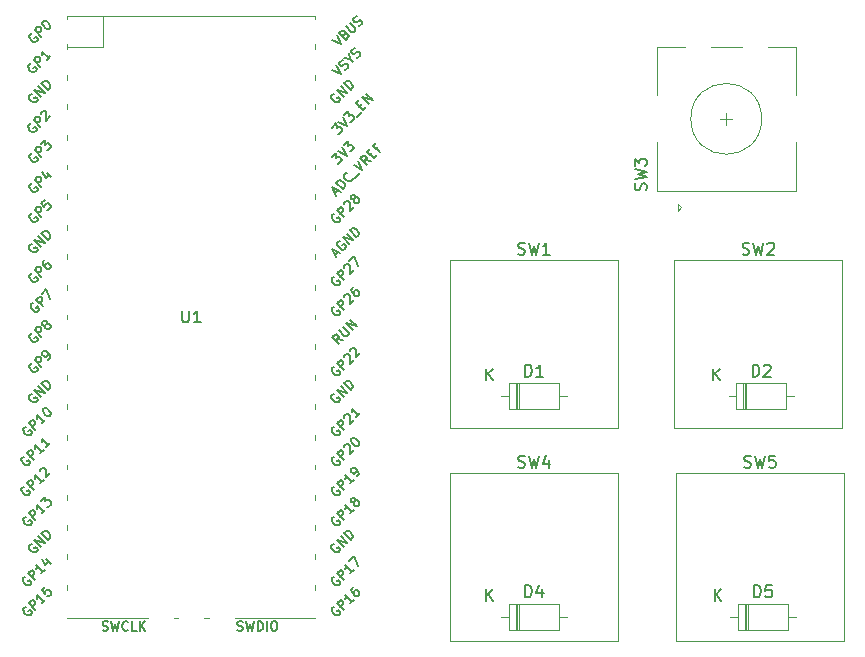
<source format=gbr>
%TF.GenerationSoftware,KiCad,Pcbnew,9.0.2*%
%TF.CreationDate,2025-07-05T11:42:38+02:00*%
%TF.ProjectId,test-stef_6_inter,74657374-2d73-4746-9566-5f365f696e74,rev?*%
%TF.SameCoordinates,Original*%
%TF.FileFunction,Legend,Top*%
%TF.FilePolarity,Positive*%
%FSLAX46Y46*%
G04 Gerber Fmt 4.6, Leading zero omitted, Abs format (unit mm)*
G04 Created by KiCad (PCBNEW 9.0.2) date 2025-07-05 11:42:38*
%MOMM*%
%LPD*%
G01*
G04 APERTURE LIST*
%ADD10C,0.150000*%
%ADD11C,0.120000*%
G04 APERTURE END LIST*
D10*
X186253667Y-109987200D02*
X186396524Y-110034819D01*
X186396524Y-110034819D02*
X186634619Y-110034819D01*
X186634619Y-110034819D02*
X186729857Y-109987200D01*
X186729857Y-109987200D02*
X186777476Y-109939580D01*
X186777476Y-109939580D02*
X186825095Y-109844342D01*
X186825095Y-109844342D02*
X186825095Y-109749104D01*
X186825095Y-109749104D02*
X186777476Y-109653866D01*
X186777476Y-109653866D02*
X186729857Y-109606247D01*
X186729857Y-109606247D02*
X186634619Y-109558628D01*
X186634619Y-109558628D02*
X186444143Y-109511009D01*
X186444143Y-109511009D02*
X186348905Y-109463390D01*
X186348905Y-109463390D02*
X186301286Y-109415771D01*
X186301286Y-109415771D02*
X186253667Y-109320533D01*
X186253667Y-109320533D02*
X186253667Y-109225295D01*
X186253667Y-109225295D02*
X186301286Y-109130057D01*
X186301286Y-109130057D02*
X186348905Y-109082438D01*
X186348905Y-109082438D02*
X186444143Y-109034819D01*
X186444143Y-109034819D02*
X186682238Y-109034819D01*
X186682238Y-109034819D02*
X186825095Y-109082438D01*
X187158429Y-109034819D02*
X187396524Y-110034819D01*
X187396524Y-110034819D02*
X187587000Y-109320533D01*
X187587000Y-109320533D02*
X187777476Y-110034819D01*
X187777476Y-110034819D02*
X188015572Y-109034819D01*
X188872714Y-109034819D02*
X188396524Y-109034819D01*
X188396524Y-109034819D02*
X188348905Y-109511009D01*
X188348905Y-109511009D02*
X188396524Y-109463390D01*
X188396524Y-109463390D02*
X188491762Y-109415771D01*
X188491762Y-109415771D02*
X188729857Y-109415771D01*
X188729857Y-109415771D02*
X188825095Y-109463390D01*
X188825095Y-109463390D02*
X188872714Y-109511009D01*
X188872714Y-109511009D02*
X188920333Y-109606247D01*
X188920333Y-109606247D02*
X188920333Y-109844342D01*
X188920333Y-109844342D02*
X188872714Y-109939580D01*
X188872714Y-109939580D02*
X188825095Y-109987200D01*
X188825095Y-109987200D02*
X188729857Y-110034819D01*
X188729857Y-110034819D02*
X188491762Y-110034819D01*
X188491762Y-110034819D02*
X188396524Y-109987200D01*
X188396524Y-109987200D02*
X188348905Y-109939580D01*
X167126667Y-91947200D02*
X167269524Y-91994819D01*
X167269524Y-91994819D02*
X167507619Y-91994819D01*
X167507619Y-91994819D02*
X167602857Y-91947200D01*
X167602857Y-91947200D02*
X167650476Y-91899580D01*
X167650476Y-91899580D02*
X167698095Y-91804342D01*
X167698095Y-91804342D02*
X167698095Y-91709104D01*
X167698095Y-91709104D02*
X167650476Y-91613866D01*
X167650476Y-91613866D02*
X167602857Y-91566247D01*
X167602857Y-91566247D02*
X167507619Y-91518628D01*
X167507619Y-91518628D02*
X167317143Y-91471009D01*
X167317143Y-91471009D02*
X167221905Y-91423390D01*
X167221905Y-91423390D02*
X167174286Y-91375771D01*
X167174286Y-91375771D02*
X167126667Y-91280533D01*
X167126667Y-91280533D02*
X167126667Y-91185295D01*
X167126667Y-91185295D02*
X167174286Y-91090057D01*
X167174286Y-91090057D02*
X167221905Y-91042438D01*
X167221905Y-91042438D02*
X167317143Y-90994819D01*
X167317143Y-90994819D02*
X167555238Y-90994819D01*
X167555238Y-90994819D02*
X167698095Y-91042438D01*
X168031429Y-90994819D02*
X168269524Y-91994819D01*
X168269524Y-91994819D02*
X168460000Y-91280533D01*
X168460000Y-91280533D02*
X168650476Y-91994819D01*
X168650476Y-91994819D02*
X168888572Y-90994819D01*
X169793333Y-91994819D02*
X169221905Y-91994819D01*
X169507619Y-91994819D02*
X169507619Y-90994819D01*
X169507619Y-90994819D02*
X169412381Y-91137676D01*
X169412381Y-91137676D02*
X169317143Y-91232914D01*
X169317143Y-91232914D02*
X169221905Y-91280533D01*
X138684095Y-96736819D02*
X138684095Y-97546342D01*
X138684095Y-97546342D02*
X138731714Y-97641580D01*
X138731714Y-97641580D02*
X138779333Y-97689200D01*
X138779333Y-97689200D02*
X138874571Y-97736819D01*
X138874571Y-97736819D02*
X139065047Y-97736819D01*
X139065047Y-97736819D02*
X139160285Y-97689200D01*
X139160285Y-97689200D02*
X139207904Y-97641580D01*
X139207904Y-97641580D02*
X139255523Y-97546342D01*
X139255523Y-97546342D02*
X139255523Y-96736819D01*
X140255523Y-97736819D02*
X139684095Y-97736819D01*
X139969809Y-97736819D02*
X139969809Y-96736819D01*
X139969809Y-96736819D02*
X139874571Y-96879676D01*
X139874571Y-96879676D02*
X139779333Y-96974914D01*
X139779333Y-96974914D02*
X139684095Y-97022533D01*
X151597873Y-92023240D02*
X151867247Y-91753866D01*
X151705623Y-92238739D02*
X151328499Y-91484492D01*
X151328499Y-91484492D02*
X152082746Y-91861615D01*
X152028871Y-90837994D02*
X151948059Y-90864932D01*
X151948059Y-90864932D02*
X151867247Y-90945744D01*
X151867247Y-90945744D02*
X151813372Y-91053494D01*
X151813372Y-91053494D02*
X151813372Y-91161243D01*
X151813372Y-91161243D02*
X151840310Y-91242055D01*
X151840310Y-91242055D02*
X151921122Y-91376742D01*
X151921122Y-91376742D02*
X152001934Y-91457555D01*
X152001934Y-91457555D02*
X152136621Y-91538367D01*
X152136621Y-91538367D02*
X152217433Y-91565304D01*
X152217433Y-91565304D02*
X152325183Y-91565304D01*
X152325183Y-91565304D02*
X152432932Y-91511429D01*
X152432932Y-91511429D02*
X152486807Y-91457555D01*
X152486807Y-91457555D02*
X152540682Y-91349805D01*
X152540682Y-91349805D02*
X152540682Y-91295930D01*
X152540682Y-91295930D02*
X152352120Y-91107368D01*
X152352120Y-91107368D02*
X152244371Y-91215118D01*
X152836993Y-91107368D02*
X152271308Y-90541683D01*
X152271308Y-90541683D02*
X153160242Y-90784120D01*
X153160242Y-90784120D02*
X152594557Y-90218434D01*
X153429616Y-90514746D02*
X152863931Y-89949060D01*
X152863931Y-89949060D02*
X152998618Y-89814373D01*
X152998618Y-89814373D02*
X153106367Y-89760498D01*
X153106367Y-89760498D02*
X153214117Y-89760498D01*
X153214117Y-89760498D02*
X153294929Y-89787436D01*
X153294929Y-89787436D02*
X153429616Y-89868248D01*
X153429616Y-89868248D02*
X153510428Y-89949060D01*
X153510428Y-89949060D02*
X153591241Y-90083747D01*
X153591241Y-90083747D02*
X153618178Y-90164560D01*
X153618178Y-90164560D02*
X153618178Y-90272309D01*
X153618178Y-90272309D02*
X153564303Y-90380059D01*
X153564303Y-90380059D02*
X153429616Y-90514746D01*
X125959372Y-73273494D02*
X125878560Y-73300431D01*
X125878560Y-73300431D02*
X125797748Y-73381243D01*
X125797748Y-73381243D02*
X125743873Y-73488993D01*
X125743873Y-73488993D02*
X125743873Y-73596742D01*
X125743873Y-73596742D02*
X125770810Y-73677555D01*
X125770810Y-73677555D02*
X125851623Y-73812242D01*
X125851623Y-73812242D02*
X125932435Y-73893054D01*
X125932435Y-73893054D02*
X126067122Y-73973866D01*
X126067122Y-73973866D02*
X126147934Y-74000803D01*
X126147934Y-74000803D02*
X126255684Y-74000803D01*
X126255684Y-74000803D02*
X126363433Y-73946929D01*
X126363433Y-73946929D02*
X126417308Y-73893054D01*
X126417308Y-73893054D02*
X126471183Y-73785304D01*
X126471183Y-73785304D02*
X126471183Y-73731429D01*
X126471183Y-73731429D02*
X126282621Y-73542868D01*
X126282621Y-73542868D02*
X126174871Y-73650617D01*
X126767494Y-73542868D02*
X126201809Y-72977182D01*
X126201809Y-72977182D02*
X126417308Y-72761683D01*
X126417308Y-72761683D02*
X126498120Y-72734746D01*
X126498120Y-72734746D02*
X126551995Y-72734746D01*
X126551995Y-72734746D02*
X126632807Y-72761683D01*
X126632807Y-72761683D02*
X126713619Y-72842495D01*
X126713619Y-72842495D02*
X126740557Y-72923307D01*
X126740557Y-72923307D02*
X126740557Y-72977182D01*
X126740557Y-72977182D02*
X126713619Y-73057994D01*
X126713619Y-73057994D02*
X126498120Y-73273494D01*
X126875244Y-72303747D02*
X126929119Y-72249872D01*
X126929119Y-72249872D02*
X127009931Y-72222935D01*
X127009931Y-72222935D02*
X127063806Y-72222935D01*
X127063806Y-72222935D02*
X127144618Y-72249872D01*
X127144618Y-72249872D02*
X127279305Y-72330685D01*
X127279305Y-72330685D02*
X127413992Y-72465372D01*
X127413992Y-72465372D02*
X127494804Y-72600059D01*
X127494804Y-72600059D02*
X127521741Y-72680871D01*
X127521741Y-72680871D02*
X127521741Y-72734746D01*
X127521741Y-72734746D02*
X127494804Y-72815558D01*
X127494804Y-72815558D02*
X127440929Y-72869433D01*
X127440929Y-72869433D02*
X127360117Y-72896370D01*
X127360117Y-72896370D02*
X127306242Y-72896370D01*
X127306242Y-72896370D02*
X127225430Y-72869433D01*
X127225430Y-72869433D02*
X127090743Y-72788620D01*
X127090743Y-72788620D02*
X126956056Y-72653933D01*
X126956056Y-72653933D02*
X126875244Y-72519246D01*
X126875244Y-72519246D02*
X126848306Y-72438434D01*
X126848306Y-72438434D02*
X126848306Y-72384559D01*
X126848306Y-72384559D02*
X126875244Y-72303747D01*
X125959372Y-88513494D02*
X125878560Y-88540431D01*
X125878560Y-88540431D02*
X125797748Y-88621243D01*
X125797748Y-88621243D02*
X125743873Y-88728993D01*
X125743873Y-88728993D02*
X125743873Y-88836742D01*
X125743873Y-88836742D02*
X125770810Y-88917555D01*
X125770810Y-88917555D02*
X125851623Y-89052242D01*
X125851623Y-89052242D02*
X125932435Y-89133054D01*
X125932435Y-89133054D02*
X126067122Y-89213866D01*
X126067122Y-89213866D02*
X126147934Y-89240803D01*
X126147934Y-89240803D02*
X126255684Y-89240803D01*
X126255684Y-89240803D02*
X126363433Y-89186929D01*
X126363433Y-89186929D02*
X126417308Y-89133054D01*
X126417308Y-89133054D02*
X126471183Y-89025304D01*
X126471183Y-89025304D02*
X126471183Y-88971429D01*
X126471183Y-88971429D02*
X126282621Y-88782868D01*
X126282621Y-88782868D02*
X126174871Y-88890617D01*
X126767494Y-88782868D02*
X126201809Y-88217182D01*
X126201809Y-88217182D02*
X126417308Y-88001683D01*
X126417308Y-88001683D02*
X126498120Y-87974746D01*
X126498120Y-87974746D02*
X126551995Y-87974746D01*
X126551995Y-87974746D02*
X126632807Y-88001683D01*
X126632807Y-88001683D02*
X126713619Y-88082495D01*
X126713619Y-88082495D02*
X126740557Y-88163307D01*
X126740557Y-88163307D02*
X126740557Y-88217182D01*
X126740557Y-88217182D02*
X126713619Y-88297994D01*
X126713619Y-88297994D02*
X126498120Y-88513494D01*
X127036868Y-87382123D02*
X126767494Y-87651497D01*
X126767494Y-87651497D02*
X127009931Y-87947808D01*
X127009931Y-87947808D02*
X127009931Y-87893933D01*
X127009931Y-87893933D02*
X127036868Y-87813121D01*
X127036868Y-87813121D02*
X127171555Y-87678434D01*
X127171555Y-87678434D02*
X127252367Y-87651497D01*
X127252367Y-87651497D02*
X127306242Y-87651497D01*
X127306242Y-87651497D02*
X127387054Y-87678434D01*
X127387054Y-87678434D02*
X127521741Y-87813121D01*
X127521741Y-87813121D02*
X127548679Y-87893933D01*
X127548679Y-87893933D02*
X127548679Y-87947808D01*
X127548679Y-87947808D02*
X127521741Y-88028620D01*
X127521741Y-88028620D02*
X127387054Y-88163307D01*
X127387054Y-88163307D02*
X127306242Y-88190245D01*
X127306242Y-88190245D02*
X127252367Y-88190245D01*
X125289998Y-109102868D02*
X125209185Y-109129805D01*
X125209185Y-109129805D02*
X125128373Y-109210618D01*
X125128373Y-109210618D02*
X125074498Y-109318367D01*
X125074498Y-109318367D02*
X125074498Y-109426117D01*
X125074498Y-109426117D02*
X125101436Y-109506929D01*
X125101436Y-109506929D02*
X125182248Y-109641616D01*
X125182248Y-109641616D02*
X125263060Y-109722428D01*
X125263060Y-109722428D02*
X125397747Y-109803241D01*
X125397747Y-109803241D02*
X125478560Y-109830178D01*
X125478560Y-109830178D02*
X125586309Y-109830178D01*
X125586309Y-109830178D02*
X125694059Y-109776303D01*
X125694059Y-109776303D02*
X125747934Y-109722428D01*
X125747934Y-109722428D02*
X125801808Y-109614679D01*
X125801808Y-109614679D02*
X125801808Y-109560804D01*
X125801808Y-109560804D02*
X125613247Y-109372242D01*
X125613247Y-109372242D02*
X125505497Y-109479992D01*
X126098120Y-109372242D02*
X125532434Y-108806557D01*
X125532434Y-108806557D02*
X125747934Y-108591057D01*
X125747934Y-108591057D02*
X125828746Y-108564120D01*
X125828746Y-108564120D02*
X125882621Y-108564120D01*
X125882621Y-108564120D02*
X125963433Y-108591057D01*
X125963433Y-108591057D02*
X126044245Y-108671870D01*
X126044245Y-108671870D02*
X126071182Y-108752682D01*
X126071182Y-108752682D02*
X126071182Y-108806557D01*
X126071182Y-108806557D02*
X126044245Y-108887369D01*
X126044245Y-108887369D02*
X125828746Y-109102868D01*
X126960117Y-108510245D02*
X126636868Y-108833494D01*
X126798492Y-108671870D02*
X126232807Y-108106184D01*
X126232807Y-108106184D02*
X126259744Y-108240871D01*
X126259744Y-108240871D02*
X126259744Y-108348621D01*
X126259744Y-108348621D02*
X126232807Y-108429433D01*
X127498865Y-107971497D02*
X127175616Y-108294746D01*
X127337240Y-108133121D02*
X126771555Y-107567436D01*
X126771555Y-107567436D02*
X126798492Y-107702123D01*
X126798492Y-107702123D02*
X126798492Y-107809873D01*
X126798492Y-107809873D02*
X126771555Y-107890685D01*
X125859372Y-80893494D02*
X125778560Y-80920431D01*
X125778560Y-80920431D02*
X125697748Y-81001243D01*
X125697748Y-81001243D02*
X125643873Y-81108993D01*
X125643873Y-81108993D02*
X125643873Y-81216742D01*
X125643873Y-81216742D02*
X125670810Y-81297555D01*
X125670810Y-81297555D02*
X125751623Y-81432242D01*
X125751623Y-81432242D02*
X125832435Y-81513054D01*
X125832435Y-81513054D02*
X125967122Y-81593866D01*
X125967122Y-81593866D02*
X126047934Y-81620803D01*
X126047934Y-81620803D02*
X126155684Y-81620803D01*
X126155684Y-81620803D02*
X126263433Y-81566929D01*
X126263433Y-81566929D02*
X126317308Y-81513054D01*
X126317308Y-81513054D02*
X126371183Y-81405304D01*
X126371183Y-81405304D02*
X126371183Y-81351429D01*
X126371183Y-81351429D02*
X126182621Y-81162868D01*
X126182621Y-81162868D02*
X126074871Y-81270617D01*
X126667494Y-81162868D02*
X126101809Y-80597182D01*
X126101809Y-80597182D02*
X126317308Y-80381683D01*
X126317308Y-80381683D02*
X126398120Y-80354746D01*
X126398120Y-80354746D02*
X126451995Y-80354746D01*
X126451995Y-80354746D02*
X126532807Y-80381683D01*
X126532807Y-80381683D02*
X126613619Y-80462495D01*
X126613619Y-80462495D02*
X126640557Y-80543307D01*
X126640557Y-80543307D02*
X126640557Y-80597182D01*
X126640557Y-80597182D02*
X126613619Y-80677994D01*
X126613619Y-80677994D02*
X126398120Y-80893494D01*
X126694432Y-80112309D02*
X126694432Y-80058434D01*
X126694432Y-80058434D02*
X126721369Y-79977622D01*
X126721369Y-79977622D02*
X126856056Y-79842935D01*
X126856056Y-79842935D02*
X126936868Y-79815998D01*
X126936868Y-79815998D02*
X126990743Y-79815998D01*
X126990743Y-79815998D02*
X127071555Y-79842935D01*
X127071555Y-79842935D02*
X127125430Y-79896810D01*
X127125430Y-79896810D02*
X127179305Y-80004559D01*
X127179305Y-80004559D02*
X127179305Y-80651057D01*
X127179305Y-80651057D02*
X127529491Y-80300871D01*
X152284651Y-99225710D02*
X151826716Y-99144898D01*
X151961403Y-99548959D02*
X151395717Y-98983274D01*
X151395717Y-98983274D02*
X151611216Y-98767775D01*
X151611216Y-98767775D02*
X151692029Y-98740837D01*
X151692029Y-98740837D02*
X151745903Y-98740837D01*
X151745903Y-98740837D02*
X151826716Y-98767775D01*
X151826716Y-98767775D02*
X151907528Y-98848587D01*
X151907528Y-98848587D02*
X151934465Y-98929399D01*
X151934465Y-98929399D02*
X151934465Y-98983274D01*
X151934465Y-98983274D02*
X151907528Y-99064086D01*
X151907528Y-99064086D02*
X151692029Y-99279585D01*
X151961403Y-98417588D02*
X152419338Y-98875524D01*
X152419338Y-98875524D02*
X152500151Y-98902462D01*
X152500151Y-98902462D02*
X152554025Y-98902462D01*
X152554025Y-98902462D02*
X152634838Y-98875524D01*
X152634838Y-98875524D02*
X152742587Y-98767775D01*
X152742587Y-98767775D02*
X152769525Y-98686962D01*
X152769525Y-98686962D02*
X152769525Y-98633088D01*
X152769525Y-98633088D02*
X152742587Y-98552275D01*
X152742587Y-98552275D02*
X152284651Y-98094340D01*
X153119711Y-98390651D02*
X152554025Y-97824966D01*
X152554025Y-97824966D02*
X153442959Y-98067402D01*
X153442959Y-98067402D02*
X152877274Y-97501717D01*
X151543998Y-121802868D02*
X151463185Y-121829805D01*
X151463185Y-121829805D02*
X151382373Y-121910618D01*
X151382373Y-121910618D02*
X151328498Y-122018367D01*
X151328498Y-122018367D02*
X151328498Y-122126117D01*
X151328498Y-122126117D02*
X151355436Y-122206929D01*
X151355436Y-122206929D02*
X151436248Y-122341616D01*
X151436248Y-122341616D02*
X151517060Y-122422428D01*
X151517060Y-122422428D02*
X151651747Y-122503241D01*
X151651747Y-122503241D02*
X151732560Y-122530178D01*
X151732560Y-122530178D02*
X151840309Y-122530178D01*
X151840309Y-122530178D02*
X151948059Y-122476303D01*
X151948059Y-122476303D02*
X152001934Y-122422428D01*
X152001934Y-122422428D02*
X152055808Y-122314679D01*
X152055808Y-122314679D02*
X152055808Y-122260804D01*
X152055808Y-122260804D02*
X151867247Y-122072242D01*
X151867247Y-122072242D02*
X151759497Y-122179992D01*
X152352120Y-122072242D02*
X151786434Y-121506557D01*
X151786434Y-121506557D02*
X152001934Y-121291057D01*
X152001934Y-121291057D02*
X152082746Y-121264120D01*
X152082746Y-121264120D02*
X152136621Y-121264120D01*
X152136621Y-121264120D02*
X152217433Y-121291057D01*
X152217433Y-121291057D02*
X152298245Y-121371870D01*
X152298245Y-121371870D02*
X152325182Y-121452682D01*
X152325182Y-121452682D02*
X152325182Y-121506557D01*
X152325182Y-121506557D02*
X152298245Y-121587369D01*
X152298245Y-121587369D02*
X152082746Y-121802868D01*
X153214117Y-121210245D02*
X152890868Y-121533494D01*
X153052492Y-121371870D02*
X152486807Y-120806184D01*
X152486807Y-120806184D02*
X152513744Y-120940871D01*
X152513744Y-120940871D02*
X152513744Y-121048621D01*
X152513744Y-121048621D02*
X152486807Y-121129433D01*
X153133305Y-120159686D02*
X153025555Y-120267436D01*
X153025555Y-120267436D02*
X152998618Y-120348248D01*
X152998618Y-120348248D02*
X152998618Y-120402123D01*
X152998618Y-120402123D02*
X153025555Y-120536810D01*
X153025555Y-120536810D02*
X153106367Y-120671497D01*
X153106367Y-120671497D02*
X153321866Y-120886996D01*
X153321866Y-120886996D02*
X153402679Y-120913934D01*
X153402679Y-120913934D02*
X153456553Y-120913934D01*
X153456553Y-120913934D02*
X153537366Y-120886996D01*
X153537366Y-120886996D02*
X153645115Y-120779247D01*
X153645115Y-120779247D02*
X153672053Y-120698434D01*
X153672053Y-120698434D02*
X153672053Y-120644560D01*
X153672053Y-120644560D02*
X153645115Y-120563747D01*
X153645115Y-120563747D02*
X153510428Y-120429060D01*
X153510428Y-120429060D02*
X153429616Y-120402123D01*
X153429616Y-120402123D02*
X153375741Y-120402123D01*
X153375741Y-120402123D02*
X153294929Y-120429060D01*
X153294929Y-120429060D02*
X153187179Y-120536810D01*
X153187179Y-120536810D02*
X153160242Y-120617622D01*
X153160242Y-120617622D02*
X153160242Y-120671497D01*
X153160242Y-120671497D02*
X153187179Y-120752309D01*
X126059372Y-96103494D02*
X125978560Y-96130431D01*
X125978560Y-96130431D02*
X125897748Y-96211243D01*
X125897748Y-96211243D02*
X125843873Y-96318993D01*
X125843873Y-96318993D02*
X125843873Y-96426742D01*
X125843873Y-96426742D02*
X125870810Y-96507555D01*
X125870810Y-96507555D02*
X125951623Y-96642242D01*
X125951623Y-96642242D02*
X126032435Y-96723054D01*
X126032435Y-96723054D02*
X126167122Y-96803866D01*
X126167122Y-96803866D02*
X126247934Y-96830803D01*
X126247934Y-96830803D02*
X126355684Y-96830803D01*
X126355684Y-96830803D02*
X126463433Y-96776929D01*
X126463433Y-96776929D02*
X126517308Y-96723054D01*
X126517308Y-96723054D02*
X126571183Y-96615304D01*
X126571183Y-96615304D02*
X126571183Y-96561429D01*
X126571183Y-96561429D02*
X126382621Y-96372868D01*
X126382621Y-96372868D02*
X126274871Y-96480617D01*
X126867494Y-96372868D02*
X126301809Y-95807182D01*
X126301809Y-95807182D02*
X126517308Y-95591683D01*
X126517308Y-95591683D02*
X126598120Y-95564746D01*
X126598120Y-95564746D02*
X126651995Y-95564746D01*
X126651995Y-95564746D02*
X126732807Y-95591683D01*
X126732807Y-95591683D02*
X126813619Y-95672495D01*
X126813619Y-95672495D02*
X126840557Y-95753307D01*
X126840557Y-95753307D02*
X126840557Y-95807182D01*
X126840557Y-95807182D02*
X126813619Y-95887994D01*
X126813619Y-95887994D02*
X126598120Y-96103494D01*
X126813619Y-95295372D02*
X127190743Y-94918248D01*
X127190743Y-94918248D02*
X127513992Y-95726370D01*
X125435998Y-114182868D02*
X125355185Y-114209805D01*
X125355185Y-114209805D02*
X125274373Y-114290618D01*
X125274373Y-114290618D02*
X125220498Y-114398367D01*
X125220498Y-114398367D02*
X125220498Y-114506117D01*
X125220498Y-114506117D02*
X125247436Y-114586929D01*
X125247436Y-114586929D02*
X125328248Y-114721616D01*
X125328248Y-114721616D02*
X125409060Y-114802428D01*
X125409060Y-114802428D02*
X125543747Y-114883241D01*
X125543747Y-114883241D02*
X125624560Y-114910178D01*
X125624560Y-114910178D02*
X125732309Y-114910178D01*
X125732309Y-114910178D02*
X125840059Y-114856303D01*
X125840059Y-114856303D02*
X125893934Y-114802428D01*
X125893934Y-114802428D02*
X125947808Y-114694679D01*
X125947808Y-114694679D02*
X125947808Y-114640804D01*
X125947808Y-114640804D02*
X125759247Y-114452242D01*
X125759247Y-114452242D02*
X125651497Y-114559992D01*
X126244120Y-114452242D02*
X125678434Y-113886557D01*
X125678434Y-113886557D02*
X125893934Y-113671057D01*
X125893934Y-113671057D02*
X125974746Y-113644120D01*
X125974746Y-113644120D02*
X126028621Y-113644120D01*
X126028621Y-113644120D02*
X126109433Y-113671057D01*
X126109433Y-113671057D02*
X126190245Y-113751870D01*
X126190245Y-113751870D02*
X126217182Y-113832682D01*
X126217182Y-113832682D02*
X126217182Y-113886557D01*
X126217182Y-113886557D02*
X126190245Y-113967369D01*
X126190245Y-113967369D02*
X125974746Y-114182868D01*
X127106117Y-113590245D02*
X126782868Y-113913494D01*
X126944492Y-113751870D02*
X126378807Y-113186184D01*
X126378807Y-113186184D02*
X126405744Y-113320871D01*
X126405744Y-113320871D02*
X126405744Y-113428621D01*
X126405744Y-113428621D02*
X126378807Y-113509433D01*
X126728993Y-112835998D02*
X127079179Y-112485812D01*
X127079179Y-112485812D02*
X127106117Y-112889873D01*
X127106117Y-112889873D02*
X127186929Y-112809060D01*
X127186929Y-112809060D02*
X127267741Y-112782123D01*
X127267741Y-112782123D02*
X127321616Y-112782123D01*
X127321616Y-112782123D02*
X127402428Y-112809060D01*
X127402428Y-112809060D02*
X127537115Y-112943747D01*
X127537115Y-112943747D02*
X127564053Y-113024560D01*
X127564053Y-113024560D02*
X127564053Y-113078434D01*
X127564053Y-113078434D02*
X127537115Y-113159247D01*
X127537115Y-113159247D02*
X127375491Y-113320871D01*
X127375491Y-113320871D02*
X127294679Y-113347808D01*
X127294679Y-113347808D02*
X127240804Y-113347808D01*
X151532435Y-78380431D02*
X151451623Y-78407368D01*
X151451623Y-78407368D02*
X151370811Y-78488180D01*
X151370811Y-78488180D02*
X151316936Y-78595930D01*
X151316936Y-78595930D02*
X151316936Y-78703680D01*
X151316936Y-78703680D02*
X151343873Y-78784492D01*
X151343873Y-78784492D02*
X151424685Y-78919179D01*
X151424685Y-78919179D02*
X151505498Y-78999991D01*
X151505498Y-78999991D02*
X151640185Y-79080803D01*
X151640185Y-79080803D02*
X151720997Y-79107741D01*
X151720997Y-79107741D02*
X151828746Y-79107741D01*
X151828746Y-79107741D02*
X151936496Y-79053866D01*
X151936496Y-79053866D02*
X151990371Y-78999991D01*
X151990371Y-78999991D02*
X152044246Y-78892241D01*
X152044246Y-78892241D02*
X152044246Y-78838367D01*
X152044246Y-78838367D02*
X151855684Y-78649805D01*
X151855684Y-78649805D02*
X151747934Y-78757554D01*
X152340557Y-78649805D02*
X151774872Y-78084119D01*
X151774872Y-78084119D02*
X152663806Y-78326556D01*
X152663806Y-78326556D02*
X152098120Y-77760871D01*
X152933180Y-78057182D02*
X152367494Y-77491497D01*
X152367494Y-77491497D02*
X152502181Y-77356810D01*
X152502181Y-77356810D02*
X152609931Y-77302935D01*
X152609931Y-77302935D02*
X152717680Y-77302935D01*
X152717680Y-77302935D02*
X152798493Y-77329872D01*
X152798493Y-77329872D02*
X152933180Y-77410685D01*
X152933180Y-77410685D02*
X153013992Y-77491497D01*
X153013992Y-77491497D02*
X153094804Y-77626184D01*
X153094804Y-77626184D02*
X153121741Y-77706996D01*
X153121741Y-77706996D02*
X153121741Y-77814746D01*
X153121741Y-77814746D02*
X153067867Y-77922495D01*
X153067867Y-77922495D02*
X152933180Y-78057182D01*
X125932435Y-103780431D02*
X125851623Y-103807368D01*
X125851623Y-103807368D02*
X125770811Y-103888180D01*
X125770811Y-103888180D02*
X125716936Y-103995930D01*
X125716936Y-103995930D02*
X125716936Y-104103680D01*
X125716936Y-104103680D02*
X125743873Y-104184492D01*
X125743873Y-104184492D02*
X125824685Y-104319179D01*
X125824685Y-104319179D02*
X125905498Y-104399991D01*
X125905498Y-104399991D02*
X126040185Y-104480803D01*
X126040185Y-104480803D02*
X126120997Y-104507741D01*
X126120997Y-104507741D02*
X126228746Y-104507741D01*
X126228746Y-104507741D02*
X126336496Y-104453866D01*
X126336496Y-104453866D02*
X126390371Y-104399991D01*
X126390371Y-104399991D02*
X126444246Y-104292241D01*
X126444246Y-104292241D02*
X126444246Y-104238367D01*
X126444246Y-104238367D02*
X126255684Y-104049805D01*
X126255684Y-104049805D02*
X126147934Y-104157554D01*
X126740557Y-104049805D02*
X126174872Y-103484119D01*
X126174872Y-103484119D02*
X127063806Y-103726556D01*
X127063806Y-103726556D02*
X126498120Y-103160871D01*
X127333180Y-103457182D02*
X126767494Y-102891497D01*
X126767494Y-102891497D02*
X126902181Y-102756810D01*
X126902181Y-102756810D02*
X127009931Y-102702935D01*
X127009931Y-102702935D02*
X127117680Y-102702935D01*
X127117680Y-102702935D02*
X127198493Y-102729872D01*
X127198493Y-102729872D02*
X127333180Y-102810685D01*
X127333180Y-102810685D02*
X127413992Y-102891497D01*
X127413992Y-102891497D02*
X127494804Y-103026184D01*
X127494804Y-103026184D02*
X127521741Y-103106996D01*
X127521741Y-103106996D02*
X127521741Y-103214746D01*
X127521741Y-103214746D02*
X127467867Y-103322495D01*
X127467867Y-103322495D02*
X127333180Y-103457182D01*
X151366749Y-76352242D02*
X152120996Y-76729366D01*
X152120996Y-76729366D02*
X151743873Y-75975118D01*
X152444245Y-76352242D02*
X152551995Y-76298367D01*
X152551995Y-76298367D02*
X152686682Y-76163680D01*
X152686682Y-76163680D02*
X152713619Y-76082868D01*
X152713619Y-76082868D02*
X152713619Y-76028993D01*
X152713619Y-76028993D02*
X152686682Y-75948181D01*
X152686682Y-75948181D02*
X152632807Y-75894306D01*
X152632807Y-75894306D02*
X152551995Y-75867369D01*
X152551995Y-75867369D02*
X152498120Y-75867369D01*
X152498120Y-75867369D02*
X152417308Y-75894306D01*
X152417308Y-75894306D02*
X152282621Y-75975118D01*
X152282621Y-75975118D02*
X152201808Y-76002056D01*
X152201808Y-76002056D02*
X152147934Y-76002056D01*
X152147934Y-76002056D02*
X152067121Y-75975118D01*
X152067121Y-75975118D02*
X152013247Y-75921244D01*
X152013247Y-75921244D02*
X151986309Y-75840431D01*
X151986309Y-75840431D02*
X151986309Y-75786557D01*
X151986309Y-75786557D02*
X152013247Y-75705744D01*
X152013247Y-75705744D02*
X152147934Y-75571057D01*
X152147934Y-75571057D02*
X152255683Y-75517183D01*
X152875244Y-75436370D02*
X153144618Y-75705744D01*
X152390370Y-75328621D02*
X152875244Y-75436370D01*
X152875244Y-75436370D02*
X152767494Y-74951497D01*
X153467866Y-75328621D02*
X153575616Y-75274746D01*
X153575616Y-75274746D02*
X153710303Y-75140059D01*
X153710303Y-75140059D02*
X153737240Y-75059247D01*
X153737240Y-75059247D02*
X153737240Y-75005372D01*
X153737240Y-75005372D02*
X153710303Y-74924560D01*
X153710303Y-74924560D02*
X153656428Y-74870685D01*
X153656428Y-74870685D02*
X153575616Y-74843748D01*
X153575616Y-74843748D02*
X153521741Y-74843748D01*
X153521741Y-74843748D02*
X153440929Y-74870685D01*
X153440929Y-74870685D02*
X153306242Y-74951497D01*
X153306242Y-74951497D02*
X153225430Y-74978435D01*
X153225430Y-74978435D02*
X153171555Y-74978435D01*
X153171555Y-74978435D02*
X153090743Y-74951497D01*
X153090743Y-74951497D02*
X153036868Y-74897622D01*
X153036868Y-74897622D02*
X153009930Y-74816810D01*
X153009930Y-74816810D02*
X153009930Y-74762935D01*
X153009930Y-74762935D02*
X153036868Y-74682123D01*
X153036868Y-74682123D02*
X153171555Y-74547436D01*
X153171555Y-74547436D02*
X153279304Y-74493561D01*
X151336123Y-83772868D02*
X151686309Y-83422682D01*
X151686309Y-83422682D02*
X151713247Y-83826743D01*
X151713247Y-83826743D02*
X151794059Y-83745931D01*
X151794059Y-83745931D02*
X151874871Y-83718993D01*
X151874871Y-83718993D02*
X151928746Y-83718993D01*
X151928746Y-83718993D02*
X152009558Y-83745931D01*
X152009558Y-83745931D02*
X152144245Y-83880618D01*
X152144245Y-83880618D02*
X152171182Y-83961430D01*
X152171182Y-83961430D02*
X152171182Y-84015305D01*
X152171182Y-84015305D02*
X152144245Y-84096117D01*
X152144245Y-84096117D02*
X151982621Y-84257741D01*
X151982621Y-84257741D02*
X151901808Y-84284679D01*
X151901808Y-84284679D02*
X151847934Y-84284679D01*
X151847934Y-83261057D02*
X152602181Y-83638181D01*
X152602181Y-83638181D02*
X152225057Y-82883934D01*
X152359744Y-82749247D02*
X152709930Y-82399061D01*
X152709930Y-82399061D02*
X152736868Y-82803122D01*
X152736868Y-82803122D02*
X152817680Y-82722309D01*
X152817680Y-82722309D02*
X152898492Y-82695372D01*
X152898492Y-82695372D02*
X152952367Y-82695372D01*
X152952367Y-82695372D02*
X153033179Y-82722309D01*
X153033179Y-82722309D02*
X153167866Y-82856996D01*
X153167866Y-82856996D02*
X153194804Y-82937809D01*
X153194804Y-82937809D02*
X153194804Y-82991683D01*
X153194804Y-82991683D02*
X153167866Y-83072496D01*
X153167866Y-83072496D02*
X153006242Y-83234120D01*
X153006242Y-83234120D02*
X152925430Y-83261057D01*
X152925430Y-83261057D02*
X152871555Y-83261057D01*
X151543998Y-106572868D02*
X151463185Y-106599805D01*
X151463185Y-106599805D02*
X151382373Y-106680618D01*
X151382373Y-106680618D02*
X151328498Y-106788367D01*
X151328498Y-106788367D02*
X151328498Y-106896117D01*
X151328498Y-106896117D02*
X151355436Y-106976929D01*
X151355436Y-106976929D02*
X151436248Y-107111616D01*
X151436248Y-107111616D02*
X151517060Y-107192428D01*
X151517060Y-107192428D02*
X151651747Y-107273241D01*
X151651747Y-107273241D02*
X151732560Y-107300178D01*
X151732560Y-107300178D02*
X151840309Y-107300178D01*
X151840309Y-107300178D02*
X151948059Y-107246303D01*
X151948059Y-107246303D02*
X152001934Y-107192428D01*
X152001934Y-107192428D02*
X152055808Y-107084679D01*
X152055808Y-107084679D02*
X152055808Y-107030804D01*
X152055808Y-107030804D02*
X151867247Y-106842242D01*
X151867247Y-106842242D02*
X151759497Y-106949992D01*
X152352120Y-106842242D02*
X151786434Y-106276557D01*
X151786434Y-106276557D02*
X152001934Y-106061057D01*
X152001934Y-106061057D02*
X152082746Y-106034120D01*
X152082746Y-106034120D02*
X152136621Y-106034120D01*
X152136621Y-106034120D02*
X152217433Y-106061057D01*
X152217433Y-106061057D02*
X152298245Y-106141870D01*
X152298245Y-106141870D02*
X152325182Y-106222682D01*
X152325182Y-106222682D02*
X152325182Y-106276557D01*
X152325182Y-106276557D02*
X152298245Y-106357369D01*
X152298245Y-106357369D02*
X152082746Y-106572868D01*
X152379057Y-105791683D02*
X152379057Y-105737809D01*
X152379057Y-105737809D02*
X152405995Y-105656996D01*
X152405995Y-105656996D02*
X152540682Y-105522309D01*
X152540682Y-105522309D02*
X152621494Y-105495372D01*
X152621494Y-105495372D02*
X152675369Y-105495372D01*
X152675369Y-105495372D02*
X152756181Y-105522309D01*
X152756181Y-105522309D02*
X152810056Y-105576184D01*
X152810056Y-105576184D02*
X152863930Y-105683934D01*
X152863930Y-105683934D02*
X152863930Y-106330431D01*
X152863930Y-106330431D02*
X153214117Y-105980245D01*
X153752865Y-105441497D02*
X153429616Y-105764746D01*
X153591240Y-105603121D02*
X153025555Y-105037436D01*
X153025555Y-105037436D02*
X153052492Y-105172123D01*
X153052492Y-105172123D02*
X153052492Y-105279873D01*
X153052492Y-105279873D02*
X153025555Y-105360685D01*
X151543998Y-88528868D02*
X151463185Y-88555805D01*
X151463185Y-88555805D02*
X151382373Y-88636618D01*
X151382373Y-88636618D02*
X151328498Y-88744367D01*
X151328498Y-88744367D02*
X151328498Y-88852117D01*
X151328498Y-88852117D02*
X151355436Y-88932929D01*
X151355436Y-88932929D02*
X151436248Y-89067616D01*
X151436248Y-89067616D02*
X151517060Y-89148428D01*
X151517060Y-89148428D02*
X151651747Y-89229241D01*
X151651747Y-89229241D02*
X151732560Y-89256178D01*
X151732560Y-89256178D02*
X151840309Y-89256178D01*
X151840309Y-89256178D02*
X151948059Y-89202303D01*
X151948059Y-89202303D02*
X152001934Y-89148428D01*
X152001934Y-89148428D02*
X152055808Y-89040679D01*
X152055808Y-89040679D02*
X152055808Y-88986804D01*
X152055808Y-88986804D02*
X151867247Y-88798242D01*
X151867247Y-88798242D02*
X151759497Y-88905992D01*
X152352120Y-88798242D02*
X151786434Y-88232557D01*
X151786434Y-88232557D02*
X152001934Y-88017057D01*
X152001934Y-88017057D02*
X152082746Y-87990120D01*
X152082746Y-87990120D02*
X152136621Y-87990120D01*
X152136621Y-87990120D02*
X152217433Y-88017057D01*
X152217433Y-88017057D02*
X152298245Y-88097870D01*
X152298245Y-88097870D02*
X152325182Y-88178682D01*
X152325182Y-88178682D02*
X152325182Y-88232557D01*
X152325182Y-88232557D02*
X152298245Y-88313369D01*
X152298245Y-88313369D02*
X152082746Y-88528868D01*
X152379057Y-87747683D02*
X152379057Y-87693809D01*
X152379057Y-87693809D02*
X152405995Y-87612996D01*
X152405995Y-87612996D02*
X152540682Y-87478309D01*
X152540682Y-87478309D02*
X152621494Y-87451372D01*
X152621494Y-87451372D02*
X152675369Y-87451372D01*
X152675369Y-87451372D02*
X152756181Y-87478309D01*
X152756181Y-87478309D02*
X152810056Y-87532184D01*
X152810056Y-87532184D02*
X152863930Y-87639934D01*
X152863930Y-87639934D02*
X152863930Y-88286431D01*
X152863930Y-88286431D02*
X153214117Y-87936245D01*
X153214117Y-87289747D02*
X153133305Y-87316685D01*
X153133305Y-87316685D02*
X153079430Y-87316685D01*
X153079430Y-87316685D02*
X152998618Y-87289747D01*
X152998618Y-87289747D02*
X152971680Y-87262810D01*
X152971680Y-87262810D02*
X152944743Y-87181998D01*
X152944743Y-87181998D02*
X152944743Y-87128123D01*
X152944743Y-87128123D02*
X152971680Y-87047311D01*
X152971680Y-87047311D02*
X153079430Y-86939561D01*
X153079430Y-86939561D02*
X153160242Y-86912624D01*
X153160242Y-86912624D02*
X153214117Y-86912624D01*
X153214117Y-86912624D02*
X153294929Y-86939561D01*
X153294929Y-86939561D02*
X153321866Y-86966499D01*
X153321866Y-86966499D02*
X153348804Y-87047311D01*
X153348804Y-87047311D02*
X153348804Y-87101186D01*
X153348804Y-87101186D02*
X153321866Y-87181998D01*
X153321866Y-87181998D02*
X153214117Y-87289747D01*
X153214117Y-87289747D02*
X153187179Y-87370560D01*
X153187179Y-87370560D02*
X153187179Y-87424434D01*
X153187179Y-87424434D02*
X153214117Y-87505247D01*
X153214117Y-87505247D02*
X153321866Y-87612996D01*
X153321866Y-87612996D02*
X153402679Y-87639934D01*
X153402679Y-87639934D02*
X153456553Y-87639934D01*
X153456553Y-87639934D02*
X153537366Y-87612996D01*
X153537366Y-87612996D02*
X153645115Y-87505247D01*
X153645115Y-87505247D02*
X153672053Y-87424434D01*
X153672053Y-87424434D02*
X153672053Y-87370560D01*
X153672053Y-87370560D02*
X153645115Y-87289747D01*
X153645115Y-87289747D02*
X153537366Y-87181998D01*
X153537366Y-87181998D02*
X153456553Y-87155060D01*
X153456553Y-87155060D02*
X153402679Y-87155060D01*
X153402679Y-87155060D02*
X153321866Y-87181998D01*
X143350761Y-123806200D02*
X143465047Y-123844295D01*
X143465047Y-123844295D02*
X143655523Y-123844295D01*
X143655523Y-123844295D02*
X143731714Y-123806200D01*
X143731714Y-123806200D02*
X143769809Y-123768104D01*
X143769809Y-123768104D02*
X143807904Y-123691914D01*
X143807904Y-123691914D02*
X143807904Y-123615723D01*
X143807904Y-123615723D02*
X143769809Y-123539533D01*
X143769809Y-123539533D02*
X143731714Y-123501438D01*
X143731714Y-123501438D02*
X143655523Y-123463342D01*
X143655523Y-123463342D02*
X143503142Y-123425247D01*
X143503142Y-123425247D02*
X143426952Y-123387152D01*
X143426952Y-123387152D02*
X143388857Y-123349057D01*
X143388857Y-123349057D02*
X143350761Y-123272866D01*
X143350761Y-123272866D02*
X143350761Y-123196676D01*
X143350761Y-123196676D02*
X143388857Y-123120485D01*
X143388857Y-123120485D02*
X143426952Y-123082390D01*
X143426952Y-123082390D02*
X143503142Y-123044295D01*
X143503142Y-123044295D02*
X143693619Y-123044295D01*
X143693619Y-123044295D02*
X143807904Y-123082390D01*
X144074571Y-123044295D02*
X144265047Y-123844295D01*
X144265047Y-123844295D02*
X144417428Y-123272866D01*
X144417428Y-123272866D02*
X144569809Y-123844295D01*
X144569809Y-123844295D02*
X144760286Y-123044295D01*
X145065048Y-123844295D02*
X145065048Y-123044295D01*
X145065048Y-123044295D02*
X145255524Y-123044295D01*
X145255524Y-123044295D02*
X145369810Y-123082390D01*
X145369810Y-123082390D02*
X145446000Y-123158580D01*
X145446000Y-123158580D02*
X145484095Y-123234771D01*
X145484095Y-123234771D02*
X145522191Y-123387152D01*
X145522191Y-123387152D02*
X145522191Y-123501438D01*
X145522191Y-123501438D02*
X145484095Y-123653819D01*
X145484095Y-123653819D02*
X145446000Y-123730009D01*
X145446000Y-123730009D02*
X145369810Y-123806200D01*
X145369810Y-123806200D02*
X145255524Y-123844295D01*
X145255524Y-123844295D02*
X145065048Y-123844295D01*
X145865048Y-123844295D02*
X145865048Y-123044295D01*
X146398381Y-123044295D02*
X146550762Y-123044295D01*
X146550762Y-123044295D02*
X146626952Y-123082390D01*
X146626952Y-123082390D02*
X146703143Y-123158580D01*
X146703143Y-123158580D02*
X146741238Y-123310961D01*
X146741238Y-123310961D02*
X146741238Y-123577628D01*
X146741238Y-123577628D02*
X146703143Y-123730009D01*
X146703143Y-123730009D02*
X146626952Y-123806200D01*
X146626952Y-123806200D02*
X146550762Y-123844295D01*
X146550762Y-123844295D02*
X146398381Y-123844295D01*
X146398381Y-123844295D02*
X146322190Y-123806200D01*
X146322190Y-123806200D02*
X146246000Y-123730009D01*
X146246000Y-123730009D02*
X146207904Y-123577628D01*
X146207904Y-123577628D02*
X146207904Y-123310961D01*
X146207904Y-123310961D02*
X146246000Y-123158580D01*
X146246000Y-123158580D02*
X146322190Y-123082390D01*
X146322190Y-123082390D02*
X146398381Y-123044295D01*
X131936475Y-123806200D02*
X132050761Y-123844295D01*
X132050761Y-123844295D02*
X132241237Y-123844295D01*
X132241237Y-123844295D02*
X132317428Y-123806200D01*
X132317428Y-123806200D02*
X132355523Y-123768104D01*
X132355523Y-123768104D02*
X132393618Y-123691914D01*
X132393618Y-123691914D02*
X132393618Y-123615723D01*
X132393618Y-123615723D02*
X132355523Y-123539533D01*
X132355523Y-123539533D02*
X132317428Y-123501438D01*
X132317428Y-123501438D02*
X132241237Y-123463342D01*
X132241237Y-123463342D02*
X132088856Y-123425247D01*
X132088856Y-123425247D02*
X132012666Y-123387152D01*
X132012666Y-123387152D02*
X131974571Y-123349057D01*
X131974571Y-123349057D02*
X131936475Y-123272866D01*
X131936475Y-123272866D02*
X131936475Y-123196676D01*
X131936475Y-123196676D02*
X131974571Y-123120485D01*
X131974571Y-123120485D02*
X132012666Y-123082390D01*
X132012666Y-123082390D02*
X132088856Y-123044295D01*
X132088856Y-123044295D02*
X132279333Y-123044295D01*
X132279333Y-123044295D02*
X132393618Y-123082390D01*
X132660285Y-123044295D02*
X132850761Y-123844295D01*
X132850761Y-123844295D02*
X133003142Y-123272866D01*
X133003142Y-123272866D02*
X133155523Y-123844295D01*
X133155523Y-123844295D02*
X133346000Y-123044295D01*
X134107905Y-123768104D02*
X134069809Y-123806200D01*
X134069809Y-123806200D02*
X133955524Y-123844295D01*
X133955524Y-123844295D02*
X133879333Y-123844295D01*
X133879333Y-123844295D02*
X133765047Y-123806200D01*
X133765047Y-123806200D02*
X133688857Y-123730009D01*
X133688857Y-123730009D02*
X133650762Y-123653819D01*
X133650762Y-123653819D02*
X133612666Y-123501438D01*
X133612666Y-123501438D02*
X133612666Y-123387152D01*
X133612666Y-123387152D02*
X133650762Y-123234771D01*
X133650762Y-123234771D02*
X133688857Y-123158580D01*
X133688857Y-123158580D02*
X133765047Y-123082390D01*
X133765047Y-123082390D02*
X133879333Y-123044295D01*
X133879333Y-123044295D02*
X133955524Y-123044295D01*
X133955524Y-123044295D02*
X134069809Y-123082390D01*
X134069809Y-123082390D02*
X134107905Y-123120485D01*
X134831714Y-123844295D02*
X134450762Y-123844295D01*
X134450762Y-123844295D02*
X134450762Y-123044295D01*
X135098381Y-123844295D02*
X135098381Y-123044295D01*
X135555524Y-123844295D02*
X135212666Y-123387152D01*
X135555524Y-123044295D02*
X135098381Y-123501438D01*
X151532435Y-116480431D02*
X151451623Y-116507368D01*
X151451623Y-116507368D02*
X151370811Y-116588180D01*
X151370811Y-116588180D02*
X151316936Y-116695930D01*
X151316936Y-116695930D02*
X151316936Y-116803680D01*
X151316936Y-116803680D02*
X151343873Y-116884492D01*
X151343873Y-116884492D02*
X151424685Y-117019179D01*
X151424685Y-117019179D02*
X151505498Y-117099991D01*
X151505498Y-117099991D02*
X151640185Y-117180803D01*
X151640185Y-117180803D02*
X151720997Y-117207741D01*
X151720997Y-117207741D02*
X151828746Y-117207741D01*
X151828746Y-117207741D02*
X151936496Y-117153866D01*
X151936496Y-117153866D02*
X151990371Y-117099991D01*
X151990371Y-117099991D02*
X152044246Y-116992241D01*
X152044246Y-116992241D02*
X152044246Y-116938367D01*
X152044246Y-116938367D02*
X151855684Y-116749805D01*
X151855684Y-116749805D02*
X151747934Y-116857554D01*
X152340557Y-116749805D02*
X151774872Y-116184119D01*
X151774872Y-116184119D02*
X152663806Y-116426556D01*
X152663806Y-116426556D02*
X152098120Y-115860871D01*
X152933180Y-116157182D02*
X152367494Y-115591497D01*
X152367494Y-115591497D02*
X152502181Y-115456810D01*
X152502181Y-115456810D02*
X152609931Y-115402935D01*
X152609931Y-115402935D02*
X152717680Y-115402935D01*
X152717680Y-115402935D02*
X152798493Y-115429872D01*
X152798493Y-115429872D02*
X152933180Y-115510685D01*
X152933180Y-115510685D02*
X153013992Y-115591497D01*
X153013992Y-115591497D02*
X153094804Y-115726184D01*
X153094804Y-115726184D02*
X153121741Y-115806996D01*
X153121741Y-115806996D02*
X153121741Y-115914746D01*
X153121741Y-115914746D02*
X153067867Y-116022495D01*
X153067867Y-116022495D02*
X152933180Y-116157182D01*
X125959372Y-98673494D02*
X125878560Y-98700431D01*
X125878560Y-98700431D02*
X125797748Y-98781243D01*
X125797748Y-98781243D02*
X125743873Y-98888993D01*
X125743873Y-98888993D02*
X125743873Y-98996742D01*
X125743873Y-98996742D02*
X125770810Y-99077555D01*
X125770810Y-99077555D02*
X125851623Y-99212242D01*
X125851623Y-99212242D02*
X125932435Y-99293054D01*
X125932435Y-99293054D02*
X126067122Y-99373866D01*
X126067122Y-99373866D02*
X126147934Y-99400803D01*
X126147934Y-99400803D02*
X126255684Y-99400803D01*
X126255684Y-99400803D02*
X126363433Y-99346929D01*
X126363433Y-99346929D02*
X126417308Y-99293054D01*
X126417308Y-99293054D02*
X126471183Y-99185304D01*
X126471183Y-99185304D02*
X126471183Y-99131429D01*
X126471183Y-99131429D02*
X126282621Y-98942868D01*
X126282621Y-98942868D02*
X126174871Y-99050617D01*
X126767494Y-98942868D02*
X126201809Y-98377182D01*
X126201809Y-98377182D02*
X126417308Y-98161683D01*
X126417308Y-98161683D02*
X126498120Y-98134746D01*
X126498120Y-98134746D02*
X126551995Y-98134746D01*
X126551995Y-98134746D02*
X126632807Y-98161683D01*
X126632807Y-98161683D02*
X126713619Y-98242495D01*
X126713619Y-98242495D02*
X126740557Y-98323307D01*
X126740557Y-98323307D02*
X126740557Y-98377182D01*
X126740557Y-98377182D02*
X126713619Y-98457994D01*
X126713619Y-98457994D02*
X126498120Y-98673494D01*
X127090743Y-97973121D02*
X127009931Y-98000059D01*
X127009931Y-98000059D02*
X126956056Y-98000059D01*
X126956056Y-98000059D02*
X126875244Y-97973121D01*
X126875244Y-97973121D02*
X126848306Y-97946184D01*
X126848306Y-97946184D02*
X126821369Y-97865372D01*
X126821369Y-97865372D02*
X126821369Y-97811497D01*
X126821369Y-97811497D02*
X126848306Y-97730685D01*
X126848306Y-97730685D02*
X126956056Y-97622935D01*
X126956056Y-97622935D02*
X127036868Y-97595998D01*
X127036868Y-97595998D02*
X127090743Y-97595998D01*
X127090743Y-97595998D02*
X127171555Y-97622935D01*
X127171555Y-97622935D02*
X127198493Y-97649872D01*
X127198493Y-97649872D02*
X127225430Y-97730685D01*
X127225430Y-97730685D02*
X127225430Y-97784559D01*
X127225430Y-97784559D02*
X127198493Y-97865372D01*
X127198493Y-97865372D02*
X127090743Y-97973121D01*
X127090743Y-97973121D02*
X127063806Y-98053933D01*
X127063806Y-98053933D02*
X127063806Y-98107808D01*
X127063806Y-98107808D02*
X127090743Y-98188620D01*
X127090743Y-98188620D02*
X127198493Y-98296370D01*
X127198493Y-98296370D02*
X127279305Y-98323307D01*
X127279305Y-98323307D02*
X127333180Y-98323307D01*
X127333180Y-98323307D02*
X127413992Y-98296370D01*
X127413992Y-98296370D02*
X127521741Y-98188620D01*
X127521741Y-98188620D02*
X127548679Y-98107808D01*
X127548679Y-98107808D02*
X127548679Y-98053933D01*
X127548679Y-98053933D02*
X127521741Y-97973121D01*
X127521741Y-97973121D02*
X127413992Y-97865372D01*
X127413992Y-97865372D02*
X127333180Y-97838434D01*
X127333180Y-97838434D02*
X127279305Y-97838434D01*
X127279305Y-97838434D02*
X127198493Y-97865372D01*
X151368407Y-81240584D02*
X151718593Y-80890398D01*
X151718593Y-80890398D02*
X151745531Y-81294459D01*
X151745531Y-81294459D02*
X151826343Y-81213646D01*
X151826343Y-81213646D02*
X151907155Y-81186709D01*
X151907155Y-81186709D02*
X151961030Y-81186709D01*
X151961030Y-81186709D02*
X152041842Y-81213646D01*
X152041842Y-81213646D02*
X152176529Y-81348333D01*
X152176529Y-81348333D02*
X152203467Y-81429146D01*
X152203467Y-81429146D02*
X152203467Y-81483020D01*
X152203467Y-81483020D02*
X152176529Y-81563833D01*
X152176529Y-81563833D02*
X152014905Y-81725457D01*
X152014905Y-81725457D02*
X151934093Y-81752394D01*
X151934093Y-81752394D02*
X151880218Y-81752394D01*
X151880218Y-80728773D02*
X152634465Y-81105897D01*
X152634465Y-81105897D02*
X152257342Y-80351649D01*
X152392028Y-80216963D02*
X152742215Y-79866776D01*
X152742215Y-79866776D02*
X152769152Y-80270837D01*
X152769152Y-80270837D02*
X152849964Y-80190025D01*
X152849964Y-80190025D02*
X152930776Y-80163088D01*
X152930776Y-80163088D02*
X152984651Y-80163088D01*
X152984651Y-80163088D02*
X153065464Y-80190025D01*
X153065464Y-80190025D02*
X153200151Y-80324712D01*
X153200151Y-80324712D02*
X153227088Y-80405524D01*
X153227088Y-80405524D02*
X153227088Y-80459399D01*
X153227088Y-80459399D02*
X153200151Y-80540211D01*
X153200151Y-80540211D02*
X153038526Y-80701836D01*
X153038526Y-80701836D02*
X152957714Y-80728773D01*
X152957714Y-80728773D02*
X152903839Y-80728773D01*
X153469525Y-80378587D02*
X153900523Y-79947588D01*
X153685024Y-79462715D02*
X153873586Y-79274153D01*
X154250709Y-79489652D02*
X153981335Y-79759026D01*
X153981335Y-79759026D02*
X153415650Y-79193341D01*
X153415650Y-79193341D02*
X153685024Y-78923967D01*
X154493146Y-79247215D02*
X153927461Y-78681530D01*
X153927461Y-78681530D02*
X154816395Y-78923967D01*
X154816395Y-78923967D02*
X154250710Y-78358281D01*
X151399406Y-73809585D02*
X152153653Y-74186709D01*
X152153653Y-74186709D02*
X151776529Y-73432462D01*
X152423027Y-73324712D02*
X152530776Y-73270838D01*
X152530776Y-73270838D02*
X152584651Y-73270838D01*
X152584651Y-73270838D02*
X152665463Y-73297775D01*
X152665463Y-73297775D02*
X152746276Y-73378587D01*
X152746276Y-73378587D02*
X152773213Y-73459399D01*
X152773213Y-73459399D02*
X152773213Y-73513274D01*
X152773213Y-73513274D02*
X152746276Y-73594086D01*
X152746276Y-73594086D02*
X152530776Y-73809586D01*
X152530776Y-73809586D02*
X151965091Y-73243900D01*
X151965091Y-73243900D02*
X152153653Y-73055338D01*
X152153653Y-73055338D02*
X152234465Y-73028401D01*
X152234465Y-73028401D02*
X152288340Y-73028401D01*
X152288340Y-73028401D02*
X152369152Y-73055338D01*
X152369152Y-73055338D02*
X152423027Y-73109213D01*
X152423027Y-73109213D02*
X152449964Y-73190025D01*
X152449964Y-73190025D02*
X152449964Y-73243900D01*
X152449964Y-73243900D02*
X152423027Y-73324712D01*
X152423027Y-73324712D02*
X152234465Y-73513274D01*
X152530776Y-72678215D02*
X152988712Y-73136151D01*
X152988712Y-73136151D02*
X153069524Y-73163088D01*
X153069524Y-73163088D02*
X153123399Y-73163088D01*
X153123399Y-73163088D02*
X153204211Y-73136151D01*
X153204211Y-73136151D02*
X153311961Y-73028401D01*
X153311961Y-73028401D02*
X153338898Y-72947589D01*
X153338898Y-72947589D02*
X153338898Y-72893714D01*
X153338898Y-72893714D02*
X153311961Y-72812902D01*
X153311961Y-72812902D02*
X152854025Y-72354966D01*
X153635210Y-72651277D02*
X153742959Y-72597403D01*
X153742959Y-72597403D02*
X153877646Y-72462716D01*
X153877646Y-72462716D02*
X153904584Y-72381903D01*
X153904584Y-72381903D02*
X153904584Y-72328029D01*
X153904584Y-72328029D02*
X153877646Y-72247216D01*
X153877646Y-72247216D02*
X153823771Y-72193342D01*
X153823771Y-72193342D02*
X153742959Y-72166404D01*
X153742959Y-72166404D02*
X153689084Y-72166404D01*
X153689084Y-72166404D02*
X153608272Y-72193342D01*
X153608272Y-72193342D02*
X153473585Y-72274154D01*
X153473585Y-72274154D02*
X153392773Y-72301091D01*
X153392773Y-72301091D02*
X153338898Y-72301091D01*
X153338898Y-72301091D02*
X153258086Y-72274154D01*
X153258086Y-72274154D02*
X153204211Y-72220279D01*
X153204211Y-72220279D02*
X153177274Y-72139467D01*
X153177274Y-72139467D02*
X153177274Y-72085592D01*
X153177274Y-72085592D02*
X153204211Y-72004780D01*
X153204211Y-72004780D02*
X153338898Y-71870093D01*
X153338898Y-71870093D02*
X153446648Y-71816218D01*
X125389998Y-119262868D02*
X125309185Y-119289805D01*
X125309185Y-119289805D02*
X125228373Y-119370618D01*
X125228373Y-119370618D02*
X125174498Y-119478367D01*
X125174498Y-119478367D02*
X125174498Y-119586117D01*
X125174498Y-119586117D02*
X125201436Y-119666929D01*
X125201436Y-119666929D02*
X125282248Y-119801616D01*
X125282248Y-119801616D02*
X125363060Y-119882428D01*
X125363060Y-119882428D02*
X125497747Y-119963241D01*
X125497747Y-119963241D02*
X125578560Y-119990178D01*
X125578560Y-119990178D02*
X125686309Y-119990178D01*
X125686309Y-119990178D02*
X125794059Y-119936303D01*
X125794059Y-119936303D02*
X125847934Y-119882428D01*
X125847934Y-119882428D02*
X125901808Y-119774679D01*
X125901808Y-119774679D02*
X125901808Y-119720804D01*
X125901808Y-119720804D02*
X125713247Y-119532242D01*
X125713247Y-119532242D02*
X125605497Y-119639992D01*
X126198120Y-119532242D02*
X125632434Y-118966557D01*
X125632434Y-118966557D02*
X125847934Y-118751057D01*
X125847934Y-118751057D02*
X125928746Y-118724120D01*
X125928746Y-118724120D02*
X125982621Y-118724120D01*
X125982621Y-118724120D02*
X126063433Y-118751057D01*
X126063433Y-118751057D02*
X126144245Y-118831870D01*
X126144245Y-118831870D02*
X126171182Y-118912682D01*
X126171182Y-118912682D02*
X126171182Y-118966557D01*
X126171182Y-118966557D02*
X126144245Y-119047369D01*
X126144245Y-119047369D02*
X125928746Y-119262868D01*
X127060117Y-118670245D02*
X126736868Y-118993494D01*
X126898492Y-118831870D02*
X126332807Y-118266184D01*
X126332807Y-118266184D02*
X126359744Y-118400871D01*
X126359744Y-118400871D02*
X126359744Y-118508621D01*
X126359744Y-118508621D02*
X126332807Y-118589433D01*
X127167866Y-117808248D02*
X127544990Y-118185372D01*
X126817680Y-117727436D02*
X127087054Y-118266184D01*
X127087054Y-118266184D02*
X127437240Y-117915998D01*
X151532435Y-103780431D02*
X151451623Y-103807368D01*
X151451623Y-103807368D02*
X151370811Y-103888180D01*
X151370811Y-103888180D02*
X151316936Y-103995930D01*
X151316936Y-103995930D02*
X151316936Y-104103680D01*
X151316936Y-104103680D02*
X151343873Y-104184492D01*
X151343873Y-104184492D02*
X151424685Y-104319179D01*
X151424685Y-104319179D02*
X151505498Y-104399991D01*
X151505498Y-104399991D02*
X151640185Y-104480803D01*
X151640185Y-104480803D02*
X151720997Y-104507741D01*
X151720997Y-104507741D02*
X151828746Y-104507741D01*
X151828746Y-104507741D02*
X151936496Y-104453866D01*
X151936496Y-104453866D02*
X151990371Y-104399991D01*
X151990371Y-104399991D02*
X152044246Y-104292241D01*
X152044246Y-104292241D02*
X152044246Y-104238367D01*
X152044246Y-104238367D02*
X151855684Y-104049805D01*
X151855684Y-104049805D02*
X151747934Y-104157554D01*
X152340557Y-104049805D02*
X151774872Y-103484119D01*
X151774872Y-103484119D02*
X152663806Y-103726556D01*
X152663806Y-103726556D02*
X152098120Y-103160871D01*
X152933180Y-103457182D02*
X152367494Y-102891497D01*
X152367494Y-102891497D02*
X152502181Y-102756810D01*
X152502181Y-102756810D02*
X152609931Y-102702935D01*
X152609931Y-102702935D02*
X152717680Y-102702935D01*
X152717680Y-102702935D02*
X152798493Y-102729872D01*
X152798493Y-102729872D02*
X152933180Y-102810685D01*
X152933180Y-102810685D02*
X153013992Y-102891497D01*
X153013992Y-102891497D02*
X153094804Y-103026184D01*
X153094804Y-103026184D02*
X153121741Y-103106996D01*
X153121741Y-103106996D02*
X153121741Y-103214746D01*
X153121741Y-103214746D02*
X153067867Y-103322495D01*
X153067867Y-103322495D02*
X152933180Y-103457182D01*
X125289998Y-111642868D02*
X125209185Y-111669805D01*
X125209185Y-111669805D02*
X125128373Y-111750618D01*
X125128373Y-111750618D02*
X125074498Y-111858367D01*
X125074498Y-111858367D02*
X125074498Y-111966117D01*
X125074498Y-111966117D02*
X125101436Y-112046929D01*
X125101436Y-112046929D02*
X125182248Y-112181616D01*
X125182248Y-112181616D02*
X125263060Y-112262428D01*
X125263060Y-112262428D02*
X125397747Y-112343241D01*
X125397747Y-112343241D02*
X125478560Y-112370178D01*
X125478560Y-112370178D02*
X125586309Y-112370178D01*
X125586309Y-112370178D02*
X125694059Y-112316303D01*
X125694059Y-112316303D02*
X125747934Y-112262428D01*
X125747934Y-112262428D02*
X125801808Y-112154679D01*
X125801808Y-112154679D02*
X125801808Y-112100804D01*
X125801808Y-112100804D02*
X125613247Y-111912242D01*
X125613247Y-111912242D02*
X125505497Y-112019992D01*
X126098120Y-111912242D02*
X125532434Y-111346557D01*
X125532434Y-111346557D02*
X125747934Y-111131057D01*
X125747934Y-111131057D02*
X125828746Y-111104120D01*
X125828746Y-111104120D02*
X125882621Y-111104120D01*
X125882621Y-111104120D02*
X125963433Y-111131057D01*
X125963433Y-111131057D02*
X126044245Y-111211870D01*
X126044245Y-111211870D02*
X126071182Y-111292682D01*
X126071182Y-111292682D02*
X126071182Y-111346557D01*
X126071182Y-111346557D02*
X126044245Y-111427369D01*
X126044245Y-111427369D02*
X125828746Y-111642868D01*
X126960117Y-111050245D02*
X126636868Y-111373494D01*
X126798492Y-111211870D02*
X126232807Y-110646184D01*
X126232807Y-110646184D02*
X126259744Y-110780871D01*
X126259744Y-110780871D02*
X126259744Y-110888621D01*
X126259744Y-110888621D02*
X126232807Y-110969433D01*
X126663805Y-110322935D02*
X126663805Y-110269060D01*
X126663805Y-110269060D02*
X126690743Y-110188248D01*
X126690743Y-110188248D02*
X126825430Y-110053561D01*
X126825430Y-110053561D02*
X126906242Y-110026624D01*
X126906242Y-110026624D02*
X126960117Y-110026624D01*
X126960117Y-110026624D02*
X127040929Y-110053561D01*
X127040929Y-110053561D02*
X127094804Y-110107436D01*
X127094804Y-110107436D02*
X127148679Y-110215186D01*
X127148679Y-110215186D02*
X127148679Y-110861683D01*
X127148679Y-110861683D02*
X127498865Y-110511497D01*
X151543998Y-109102868D02*
X151463185Y-109129805D01*
X151463185Y-109129805D02*
X151382373Y-109210618D01*
X151382373Y-109210618D02*
X151328498Y-109318367D01*
X151328498Y-109318367D02*
X151328498Y-109426117D01*
X151328498Y-109426117D02*
X151355436Y-109506929D01*
X151355436Y-109506929D02*
X151436248Y-109641616D01*
X151436248Y-109641616D02*
X151517060Y-109722428D01*
X151517060Y-109722428D02*
X151651747Y-109803241D01*
X151651747Y-109803241D02*
X151732560Y-109830178D01*
X151732560Y-109830178D02*
X151840309Y-109830178D01*
X151840309Y-109830178D02*
X151948059Y-109776303D01*
X151948059Y-109776303D02*
X152001934Y-109722428D01*
X152001934Y-109722428D02*
X152055808Y-109614679D01*
X152055808Y-109614679D02*
X152055808Y-109560804D01*
X152055808Y-109560804D02*
X151867247Y-109372242D01*
X151867247Y-109372242D02*
X151759497Y-109479992D01*
X152352120Y-109372242D02*
X151786434Y-108806557D01*
X151786434Y-108806557D02*
X152001934Y-108591057D01*
X152001934Y-108591057D02*
X152082746Y-108564120D01*
X152082746Y-108564120D02*
X152136621Y-108564120D01*
X152136621Y-108564120D02*
X152217433Y-108591057D01*
X152217433Y-108591057D02*
X152298245Y-108671870D01*
X152298245Y-108671870D02*
X152325182Y-108752682D01*
X152325182Y-108752682D02*
X152325182Y-108806557D01*
X152325182Y-108806557D02*
X152298245Y-108887369D01*
X152298245Y-108887369D02*
X152082746Y-109102868D01*
X152379057Y-108321683D02*
X152379057Y-108267809D01*
X152379057Y-108267809D02*
X152405995Y-108186996D01*
X152405995Y-108186996D02*
X152540682Y-108052309D01*
X152540682Y-108052309D02*
X152621494Y-108025372D01*
X152621494Y-108025372D02*
X152675369Y-108025372D01*
X152675369Y-108025372D02*
X152756181Y-108052309D01*
X152756181Y-108052309D02*
X152810056Y-108106184D01*
X152810056Y-108106184D02*
X152863930Y-108213934D01*
X152863930Y-108213934D02*
X152863930Y-108860431D01*
X152863930Y-108860431D02*
X153214117Y-108510245D01*
X152998618Y-107594373D02*
X153052492Y-107540499D01*
X153052492Y-107540499D02*
X153133305Y-107513561D01*
X153133305Y-107513561D02*
X153187179Y-107513561D01*
X153187179Y-107513561D02*
X153267992Y-107540499D01*
X153267992Y-107540499D02*
X153402679Y-107621311D01*
X153402679Y-107621311D02*
X153537366Y-107755998D01*
X153537366Y-107755998D02*
X153618178Y-107890685D01*
X153618178Y-107890685D02*
X153645115Y-107971497D01*
X153645115Y-107971497D02*
X153645115Y-108025372D01*
X153645115Y-108025372D02*
X153618178Y-108106184D01*
X153618178Y-108106184D02*
X153564303Y-108160059D01*
X153564303Y-108160059D02*
X153483491Y-108186996D01*
X153483491Y-108186996D02*
X153429616Y-108186996D01*
X153429616Y-108186996D02*
X153348804Y-108160059D01*
X153348804Y-108160059D02*
X153214117Y-108079247D01*
X153214117Y-108079247D02*
X153079430Y-107944560D01*
X153079430Y-107944560D02*
X152998618Y-107809873D01*
X152998618Y-107809873D02*
X152971680Y-107729060D01*
X152971680Y-107729060D02*
X152971680Y-107675186D01*
X152971680Y-107675186D02*
X152998618Y-107594373D01*
X125435998Y-106562868D02*
X125355185Y-106589805D01*
X125355185Y-106589805D02*
X125274373Y-106670618D01*
X125274373Y-106670618D02*
X125220498Y-106778367D01*
X125220498Y-106778367D02*
X125220498Y-106886117D01*
X125220498Y-106886117D02*
X125247436Y-106966929D01*
X125247436Y-106966929D02*
X125328248Y-107101616D01*
X125328248Y-107101616D02*
X125409060Y-107182428D01*
X125409060Y-107182428D02*
X125543747Y-107263241D01*
X125543747Y-107263241D02*
X125624560Y-107290178D01*
X125624560Y-107290178D02*
X125732309Y-107290178D01*
X125732309Y-107290178D02*
X125840059Y-107236303D01*
X125840059Y-107236303D02*
X125893934Y-107182428D01*
X125893934Y-107182428D02*
X125947808Y-107074679D01*
X125947808Y-107074679D02*
X125947808Y-107020804D01*
X125947808Y-107020804D02*
X125759247Y-106832242D01*
X125759247Y-106832242D02*
X125651497Y-106939992D01*
X126244120Y-106832242D02*
X125678434Y-106266557D01*
X125678434Y-106266557D02*
X125893934Y-106051057D01*
X125893934Y-106051057D02*
X125974746Y-106024120D01*
X125974746Y-106024120D02*
X126028621Y-106024120D01*
X126028621Y-106024120D02*
X126109433Y-106051057D01*
X126109433Y-106051057D02*
X126190245Y-106131870D01*
X126190245Y-106131870D02*
X126217182Y-106212682D01*
X126217182Y-106212682D02*
X126217182Y-106266557D01*
X126217182Y-106266557D02*
X126190245Y-106347369D01*
X126190245Y-106347369D02*
X125974746Y-106562868D01*
X127106117Y-105970245D02*
X126782868Y-106293494D01*
X126944492Y-106131870D02*
X126378807Y-105566184D01*
X126378807Y-105566184D02*
X126405744Y-105700871D01*
X126405744Y-105700871D02*
X126405744Y-105808621D01*
X126405744Y-105808621D02*
X126378807Y-105889433D01*
X126890618Y-105054373D02*
X126944492Y-105000499D01*
X126944492Y-105000499D02*
X127025305Y-104973561D01*
X127025305Y-104973561D02*
X127079179Y-104973561D01*
X127079179Y-104973561D02*
X127159992Y-105000499D01*
X127159992Y-105000499D02*
X127294679Y-105081311D01*
X127294679Y-105081311D02*
X127429366Y-105215998D01*
X127429366Y-105215998D02*
X127510178Y-105350685D01*
X127510178Y-105350685D02*
X127537115Y-105431497D01*
X127537115Y-105431497D02*
X127537115Y-105485372D01*
X127537115Y-105485372D02*
X127510178Y-105566184D01*
X127510178Y-105566184D02*
X127456303Y-105620059D01*
X127456303Y-105620059D02*
X127375491Y-105646996D01*
X127375491Y-105646996D02*
X127321616Y-105646996D01*
X127321616Y-105646996D02*
X127240804Y-105620059D01*
X127240804Y-105620059D02*
X127106117Y-105539247D01*
X127106117Y-105539247D02*
X126971430Y-105404560D01*
X126971430Y-105404560D02*
X126890618Y-105269873D01*
X126890618Y-105269873D02*
X126863680Y-105189060D01*
X126863680Y-105189060D02*
X126863680Y-105135186D01*
X126863680Y-105135186D02*
X126890618Y-105054373D01*
X125932435Y-116480431D02*
X125851623Y-116507368D01*
X125851623Y-116507368D02*
X125770811Y-116588180D01*
X125770811Y-116588180D02*
X125716936Y-116695930D01*
X125716936Y-116695930D02*
X125716936Y-116803680D01*
X125716936Y-116803680D02*
X125743873Y-116884492D01*
X125743873Y-116884492D02*
X125824685Y-117019179D01*
X125824685Y-117019179D02*
X125905498Y-117099991D01*
X125905498Y-117099991D02*
X126040185Y-117180803D01*
X126040185Y-117180803D02*
X126120997Y-117207741D01*
X126120997Y-117207741D02*
X126228746Y-117207741D01*
X126228746Y-117207741D02*
X126336496Y-117153866D01*
X126336496Y-117153866D02*
X126390371Y-117099991D01*
X126390371Y-117099991D02*
X126444246Y-116992241D01*
X126444246Y-116992241D02*
X126444246Y-116938367D01*
X126444246Y-116938367D02*
X126255684Y-116749805D01*
X126255684Y-116749805D02*
X126147934Y-116857554D01*
X126740557Y-116749805D02*
X126174872Y-116184119D01*
X126174872Y-116184119D02*
X127063806Y-116426556D01*
X127063806Y-116426556D02*
X126498120Y-115860871D01*
X127333180Y-116157182D02*
X126767494Y-115591497D01*
X126767494Y-115591497D02*
X126902181Y-115456810D01*
X126902181Y-115456810D02*
X127009931Y-115402935D01*
X127009931Y-115402935D02*
X127117680Y-115402935D01*
X127117680Y-115402935D02*
X127198493Y-115429872D01*
X127198493Y-115429872D02*
X127333180Y-115510685D01*
X127333180Y-115510685D02*
X127413992Y-115591497D01*
X127413992Y-115591497D02*
X127494804Y-115726184D01*
X127494804Y-115726184D02*
X127521741Y-115806996D01*
X127521741Y-115806996D02*
X127521741Y-115914746D01*
X127521741Y-115914746D02*
X127467867Y-116022495D01*
X127467867Y-116022495D02*
X127333180Y-116157182D01*
X151543998Y-114182868D02*
X151463185Y-114209805D01*
X151463185Y-114209805D02*
X151382373Y-114290618D01*
X151382373Y-114290618D02*
X151328498Y-114398367D01*
X151328498Y-114398367D02*
X151328498Y-114506117D01*
X151328498Y-114506117D02*
X151355436Y-114586929D01*
X151355436Y-114586929D02*
X151436248Y-114721616D01*
X151436248Y-114721616D02*
X151517060Y-114802428D01*
X151517060Y-114802428D02*
X151651747Y-114883241D01*
X151651747Y-114883241D02*
X151732560Y-114910178D01*
X151732560Y-114910178D02*
X151840309Y-114910178D01*
X151840309Y-114910178D02*
X151948059Y-114856303D01*
X151948059Y-114856303D02*
X152001934Y-114802428D01*
X152001934Y-114802428D02*
X152055808Y-114694679D01*
X152055808Y-114694679D02*
X152055808Y-114640804D01*
X152055808Y-114640804D02*
X151867247Y-114452242D01*
X151867247Y-114452242D02*
X151759497Y-114559992D01*
X152352120Y-114452242D02*
X151786434Y-113886557D01*
X151786434Y-113886557D02*
X152001934Y-113671057D01*
X152001934Y-113671057D02*
X152082746Y-113644120D01*
X152082746Y-113644120D02*
X152136621Y-113644120D01*
X152136621Y-113644120D02*
X152217433Y-113671057D01*
X152217433Y-113671057D02*
X152298245Y-113751870D01*
X152298245Y-113751870D02*
X152325182Y-113832682D01*
X152325182Y-113832682D02*
X152325182Y-113886557D01*
X152325182Y-113886557D02*
X152298245Y-113967369D01*
X152298245Y-113967369D02*
X152082746Y-114182868D01*
X153214117Y-113590245D02*
X152890868Y-113913494D01*
X153052492Y-113751870D02*
X152486807Y-113186184D01*
X152486807Y-113186184D02*
X152513744Y-113320871D01*
X152513744Y-113320871D02*
X152513744Y-113428621D01*
X152513744Y-113428621D02*
X152486807Y-113509433D01*
X153214117Y-112943747D02*
X153133305Y-112970685D01*
X153133305Y-112970685D02*
X153079430Y-112970685D01*
X153079430Y-112970685D02*
X152998618Y-112943747D01*
X152998618Y-112943747D02*
X152971680Y-112916810D01*
X152971680Y-112916810D02*
X152944743Y-112835998D01*
X152944743Y-112835998D02*
X152944743Y-112782123D01*
X152944743Y-112782123D02*
X152971680Y-112701311D01*
X152971680Y-112701311D02*
X153079430Y-112593561D01*
X153079430Y-112593561D02*
X153160242Y-112566624D01*
X153160242Y-112566624D02*
X153214117Y-112566624D01*
X153214117Y-112566624D02*
X153294929Y-112593561D01*
X153294929Y-112593561D02*
X153321866Y-112620499D01*
X153321866Y-112620499D02*
X153348804Y-112701311D01*
X153348804Y-112701311D02*
X153348804Y-112755186D01*
X153348804Y-112755186D02*
X153321866Y-112835998D01*
X153321866Y-112835998D02*
X153214117Y-112943747D01*
X153214117Y-112943747D02*
X153187179Y-113024560D01*
X153187179Y-113024560D02*
X153187179Y-113078434D01*
X153187179Y-113078434D02*
X153214117Y-113159247D01*
X153214117Y-113159247D02*
X153321866Y-113266996D01*
X153321866Y-113266996D02*
X153402679Y-113293934D01*
X153402679Y-113293934D02*
X153456553Y-113293934D01*
X153456553Y-113293934D02*
X153537366Y-113266996D01*
X153537366Y-113266996D02*
X153645115Y-113159247D01*
X153645115Y-113159247D02*
X153672053Y-113078434D01*
X153672053Y-113078434D02*
X153672053Y-113024560D01*
X153672053Y-113024560D02*
X153645115Y-112943747D01*
X153645115Y-112943747D02*
X153537366Y-112835998D01*
X153537366Y-112835998D02*
X153456553Y-112809060D01*
X153456553Y-112809060D02*
X153402679Y-112809060D01*
X153402679Y-112809060D02*
X153321866Y-112835998D01*
X125959372Y-101213494D02*
X125878560Y-101240431D01*
X125878560Y-101240431D02*
X125797748Y-101321243D01*
X125797748Y-101321243D02*
X125743873Y-101428993D01*
X125743873Y-101428993D02*
X125743873Y-101536742D01*
X125743873Y-101536742D02*
X125770810Y-101617555D01*
X125770810Y-101617555D02*
X125851623Y-101752242D01*
X125851623Y-101752242D02*
X125932435Y-101833054D01*
X125932435Y-101833054D02*
X126067122Y-101913866D01*
X126067122Y-101913866D02*
X126147934Y-101940803D01*
X126147934Y-101940803D02*
X126255684Y-101940803D01*
X126255684Y-101940803D02*
X126363433Y-101886929D01*
X126363433Y-101886929D02*
X126417308Y-101833054D01*
X126417308Y-101833054D02*
X126471183Y-101725304D01*
X126471183Y-101725304D02*
X126471183Y-101671429D01*
X126471183Y-101671429D02*
X126282621Y-101482868D01*
X126282621Y-101482868D02*
X126174871Y-101590617D01*
X126767494Y-101482868D02*
X126201809Y-100917182D01*
X126201809Y-100917182D02*
X126417308Y-100701683D01*
X126417308Y-100701683D02*
X126498120Y-100674746D01*
X126498120Y-100674746D02*
X126551995Y-100674746D01*
X126551995Y-100674746D02*
X126632807Y-100701683D01*
X126632807Y-100701683D02*
X126713619Y-100782495D01*
X126713619Y-100782495D02*
X126740557Y-100863307D01*
X126740557Y-100863307D02*
X126740557Y-100917182D01*
X126740557Y-100917182D02*
X126713619Y-100997994D01*
X126713619Y-100997994D02*
X126498120Y-101213494D01*
X127360117Y-100890245D02*
X127467867Y-100782495D01*
X127467867Y-100782495D02*
X127494804Y-100701683D01*
X127494804Y-100701683D02*
X127494804Y-100647808D01*
X127494804Y-100647808D02*
X127467867Y-100513121D01*
X127467867Y-100513121D02*
X127387054Y-100378434D01*
X127387054Y-100378434D02*
X127171555Y-100162935D01*
X127171555Y-100162935D02*
X127090743Y-100135998D01*
X127090743Y-100135998D02*
X127036868Y-100135998D01*
X127036868Y-100135998D02*
X126956056Y-100162935D01*
X126956056Y-100162935D02*
X126848306Y-100270685D01*
X126848306Y-100270685D02*
X126821369Y-100351497D01*
X126821369Y-100351497D02*
X126821369Y-100405372D01*
X126821369Y-100405372D02*
X126848306Y-100486184D01*
X126848306Y-100486184D02*
X126982993Y-100620871D01*
X126982993Y-100620871D02*
X127063806Y-100647808D01*
X127063806Y-100647808D02*
X127117680Y-100647808D01*
X127117680Y-100647808D02*
X127198493Y-100620871D01*
X127198493Y-100620871D02*
X127306242Y-100513121D01*
X127306242Y-100513121D02*
X127333180Y-100432309D01*
X127333180Y-100432309D02*
X127333180Y-100378434D01*
X127333180Y-100378434D02*
X127306242Y-100297622D01*
X151601064Y-86816049D02*
X151870438Y-86546675D01*
X151708813Y-87031549D02*
X151331690Y-86277301D01*
X151331690Y-86277301D02*
X152085937Y-86654425D01*
X152274499Y-86465863D02*
X151708813Y-85900178D01*
X151708813Y-85900178D02*
X151843500Y-85765491D01*
X151843500Y-85765491D02*
X151951250Y-85711616D01*
X151951250Y-85711616D02*
X152058999Y-85711616D01*
X152058999Y-85711616D02*
X152139812Y-85738553D01*
X152139812Y-85738553D02*
X152274499Y-85819366D01*
X152274499Y-85819366D02*
X152355311Y-85900178D01*
X152355311Y-85900178D02*
X152436123Y-86034865D01*
X152436123Y-86034865D02*
X152463060Y-86115677D01*
X152463060Y-86115677D02*
X152463060Y-86223427D01*
X152463060Y-86223427D02*
X152409186Y-86331176D01*
X152409186Y-86331176D02*
X152274499Y-86465863D01*
X153109558Y-85523054D02*
X153109558Y-85576929D01*
X153109558Y-85576929D02*
X153055683Y-85684679D01*
X153055683Y-85684679D02*
X153001808Y-85738553D01*
X153001808Y-85738553D02*
X152894059Y-85792428D01*
X152894059Y-85792428D02*
X152786309Y-85792428D01*
X152786309Y-85792428D02*
X152705497Y-85765491D01*
X152705497Y-85765491D02*
X152570810Y-85684679D01*
X152570810Y-85684679D02*
X152489998Y-85603866D01*
X152489998Y-85603866D02*
X152409186Y-85469179D01*
X152409186Y-85469179D02*
X152382248Y-85388367D01*
X152382248Y-85388367D02*
X152382248Y-85280618D01*
X152382248Y-85280618D02*
X152436123Y-85172868D01*
X152436123Y-85172868D02*
X152489998Y-85118993D01*
X152489998Y-85118993D02*
X152597747Y-85065118D01*
X152597747Y-85065118D02*
X152651622Y-85065118D01*
X153325057Y-85523054D02*
X153756056Y-85092056D01*
X153190370Y-84418621D02*
X153944618Y-84795744D01*
X153944618Y-84795744D02*
X153567494Y-84041497D01*
X154644990Y-84095372D02*
X154187054Y-84014560D01*
X154321741Y-84418621D02*
X153756056Y-83852935D01*
X153756056Y-83852935D02*
X153971555Y-83637436D01*
X153971555Y-83637436D02*
X154052367Y-83610499D01*
X154052367Y-83610499D02*
X154106242Y-83610499D01*
X154106242Y-83610499D02*
X154187054Y-83637436D01*
X154187054Y-83637436D02*
X154267866Y-83718248D01*
X154267866Y-83718248D02*
X154294804Y-83799061D01*
X154294804Y-83799061D02*
X154294804Y-83852935D01*
X154294804Y-83852935D02*
X154267866Y-83933748D01*
X154267866Y-83933748D02*
X154052367Y-84149247D01*
X154591115Y-83556624D02*
X154779677Y-83368062D01*
X155156800Y-83583561D02*
X154887426Y-83852935D01*
X154887426Y-83852935D02*
X154321741Y-83287250D01*
X154321741Y-83287250D02*
X154591115Y-83017876D01*
X155291488Y-82856251D02*
X155102926Y-83044813D01*
X155399237Y-83341125D02*
X154833552Y-82775439D01*
X154833552Y-82775439D02*
X155102926Y-82506065D01*
X125959372Y-85973494D02*
X125878560Y-86000431D01*
X125878560Y-86000431D02*
X125797748Y-86081243D01*
X125797748Y-86081243D02*
X125743873Y-86188993D01*
X125743873Y-86188993D02*
X125743873Y-86296742D01*
X125743873Y-86296742D02*
X125770810Y-86377555D01*
X125770810Y-86377555D02*
X125851623Y-86512242D01*
X125851623Y-86512242D02*
X125932435Y-86593054D01*
X125932435Y-86593054D02*
X126067122Y-86673866D01*
X126067122Y-86673866D02*
X126147934Y-86700803D01*
X126147934Y-86700803D02*
X126255684Y-86700803D01*
X126255684Y-86700803D02*
X126363433Y-86646929D01*
X126363433Y-86646929D02*
X126417308Y-86593054D01*
X126417308Y-86593054D02*
X126471183Y-86485304D01*
X126471183Y-86485304D02*
X126471183Y-86431429D01*
X126471183Y-86431429D02*
X126282621Y-86242868D01*
X126282621Y-86242868D02*
X126174871Y-86350617D01*
X126767494Y-86242868D02*
X126201809Y-85677182D01*
X126201809Y-85677182D02*
X126417308Y-85461683D01*
X126417308Y-85461683D02*
X126498120Y-85434746D01*
X126498120Y-85434746D02*
X126551995Y-85434746D01*
X126551995Y-85434746D02*
X126632807Y-85461683D01*
X126632807Y-85461683D02*
X126713619Y-85542495D01*
X126713619Y-85542495D02*
X126740557Y-85623307D01*
X126740557Y-85623307D02*
X126740557Y-85677182D01*
X126740557Y-85677182D02*
X126713619Y-85757994D01*
X126713619Y-85757994D02*
X126498120Y-85973494D01*
X127198493Y-85057622D02*
X127575616Y-85434746D01*
X126848306Y-84976810D02*
X127117680Y-85515558D01*
X127117680Y-85515558D02*
X127467867Y-85165372D01*
X125435998Y-121802868D02*
X125355185Y-121829805D01*
X125355185Y-121829805D02*
X125274373Y-121910618D01*
X125274373Y-121910618D02*
X125220498Y-122018367D01*
X125220498Y-122018367D02*
X125220498Y-122126117D01*
X125220498Y-122126117D02*
X125247436Y-122206929D01*
X125247436Y-122206929D02*
X125328248Y-122341616D01*
X125328248Y-122341616D02*
X125409060Y-122422428D01*
X125409060Y-122422428D02*
X125543747Y-122503241D01*
X125543747Y-122503241D02*
X125624560Y-122530178D01*
X125624560Y-122530178D02*
X125732309Y-122530178D01*
X125732309Y-122530178D02*
X125840059Y-122476303D01*
X125840059Y-122476303D02*
X125893934Y-122422428D01*
X125893934Y-122422428D02*
X125947808Y-122314679D01*
X125947808Y-122314679D02*
X125947808Y-122260804D01*
X125947808Y-122260804D02*
X125759247Y-122072242D01*
X125759247Y-122072242D02*
X125651497Y-122179992D01*
X126244120Y-122072242D02*
X125678434Y-121506557D01*
X125678434Y-121506557D02*
X125893934Y-121291057D01*
X125893934Y-121291057D02*
X125974746Y-121264120D01*
X125974746Y-121264120D02*
X126028621Y-121264120D01*
X126028621Y-121264120D02*
X126109433Y-121291057D01*
X126109433Y-121291057D02*
X126190245Y-121371870D01*
X126190245Y-121371870D02*
X126217182Y-121452682D01*
X126217182Y-121452682D02*
X126217182Y-121506557D01*
X126217182Y-121506557D02*
X126190245Y-121587369D01*
X126190245Y-121587369D02*
X125974746Y-121802868D01*
X127106117Y-121210245D02*
X126782868Y-121533494D01*
X126944492Y-121371870D02*
X126378807Y-120806184D01*
X126378807Y-120806184D02*
X126405744Y-120940871D01*
X126405744Y-120940871D02*
X126405744Y-121048621D01*
X126405744Y-121048621D02*
X126378807Y-121129433D01*
X127052242Y-120132749D02*
X126782868Y-120402123D01*
X126782868Y-120402123D02*
X127025305Y-120698434D01*
X127025305Y-120698434D02*
X127025305Y-120644560D01*
X127025305Y-120644560D02*
X127052242Y-120563747D01*
X127052242Y-120563747D02*
X127186929Y-120429060D01*
X127186929Y-120429060D02*
X127267741Y-120402123D01*
X127267741Y-120402123D02*
X127321616Y-120402123D01*
X127321616Y-120402123D02*
X127402428Y-120429060D01*
X127402428Y-120429060D02*
X127537115Y-120563747D01*
X127537115Y-120563747D02*
X127564053Y-120644560D01*
X127564053Y-120644560D02*
X127564053Y-120698434D01*
X127564053Y-120698434D02*
X127537115Y-120779247D01*
X127537115Y-120779247D02*
X127402428Y-120913934D01*
X127402428Y-120913934D02*
X127321616Y-120940871D01*
X127321616Y-120940871D02*
X127267741Y-120940871D01*
X125932435Y-78380431D02*
X125851623Y-78407368D01*
X125851623Y-78407368D02*
X125770811Y-78488180D01*
X125770811Y-78488180D02*
X125716936Y-78595930D01*
X125716936Y-78595930D02*
X125716936Y-78703680D01*
X125716936Y-78703680D02*
X125743873Y-78784492D01*
X125743873Y-78784492D02*
X125824685Y-78919179D01*
X125824685Y-78919179D02*
X125905498Y-78999991D01*
X125905498Y-78999991D02*
X126040185Y-79080803D01*
X126040185Y-79080803D02*
X126120997Y-79107741D01*
X126120997Y-79107741D02*
X126228746Y-79107741D01*
X126228746Y-79107741D02*
X126336496Y-79053866D01*
X126336496Y-79053866D02*
X126390371Y-78999991D01*
X126390371Y-78999991D02*
X126444246Y-78892241D01*
X126444246Y-78892241D02*
X126444246Y-78838367D01*
X126444246Y-78838367D02*
X126255684Y-78649805D01*
X126255684Y-78649805D02*
X126147934Y-78757554D01*
X126740557Y-78649805D02*
X126174872Y-78084119D01*
X126174872Y-78084119D02*
X127063806Y-78326556D01*
X127063806Y-78326556D02*
X126498120Y-77760871D01*
X127333180Y-78057182D02*
X126767494Y-77491497D01*
X126767494Y-77491497D02*
X126902181Y-77356810D01*
X126902181Y-77356810D02*
X127009931Y-77302935D01*
X127009931Y-77302935D02*
X127117680Y-77302935D01*
X127117680Y-77302935D02*
X127198493Y-77329872D01*
X127198493Y-77329872D02*
X127333180Y-77410685D01*
X127333180Y-77410685D02*
X127413992Y-77491497D01*
X127413992Y-77491497D02*
X127494804Y-77626184D01*
X127494804Y-77626184D02*
X127521741Y-77706996D01*
X127521741Y-77706996D02*
X127521741Y-77814746D01*
X127521741Y-77814746D02*
X127467867Y-77922495D01*
X127467867Y-77922495D02*
X127333180Y-78057182D01*
X151543998Y-111642868D02*
X151463185Y-111669805D01*
X151463185Y-111669805D02*
X151382373Y-111750618D01*
X151382373Y-111750618D02*
X151328498Y-111858367D01*
X151328498Y-111858367D02*
X151328498Y-111966117D01*
X151328498Y-111966117D02*
X151355436Y-112046929D01*
X151355436Y-112046929D02*
X151436248Y-112181616D01*
X151436248Y-112181616D02*
X151517060Y-112262428D01*
X151517060Y-112262428D02*
X151651747Y-112343241D01*
X151651747Y-112343241D02*
X151732560Y-112370178D01*
X151732560Y-112370178D02*
X151840309Y-112370178D01*
X151840309Y-112370178D02*
X151948059Y-112316303D01*
X151948059Y-112316303D02*
X152001934Y-112262428D01*
X152001934Y-112262428D02*
X152055808Y-112154679D01*
X152055808Y-112154679D02*
X152055808Y-112100804D01*
X152055808Y-112100804D02*
X151867247Y-111912242D01*
X151867247Y-111912242D02*
X151759497Y-112019992D01*
X152352120Y-111912242D02*
X151786434Y-111346557D01*
X151786434Y-111346557D02*
X152001934Y-111131057D01*
X152001934Y-111131057D02*
X152082746Y-111104120D01*
X152082746Y-111104120D02*
X152136621Y-111104120D01*
X152136621Y-111104120D02*
X152217433Y-111131057D01*
X152217433Y-111131057D02*
X152298245Y-111211870D01*
X152298245Y-111211870D02*
X152325182Y-111292682D01*
X152325182Y-111292682D02*
X152325182Y-111346557D01*
X152325182Y-111346557D02*
X152298245Y-111427369D01*
X152298245Y-111427369D02*
X152082746Y-111642868D01*
X153214117Y-111050245D02*
X152890868Y-111373494D01*
X153052492Y-111211870D02*
X152486807Y-110646184D01*
X152486807Y-110646184D02*
X152513744Y-110780871D01*
X152513744Y-110780871D02*
X152513744Y-110888621D01*
X152513744Y-110888621D02*
X152486807Y-110969433D01*
X153483491Y-110780871D02*
X153591240Y-110673121D01*
X153591240Y-110673121D02*
X153618178Y-110592309D01*
X153618178Y-110592309D02*
X153618178Y-110538434D01*
X153618178Y-110538434D02*
X153591240Y-110403747D01*
X153591240Y-110403747D02*
X153510428Y-110269060D01*
X153510428Y-110269060D02*
X153294929Y-110053561D01*
X153294929Y-110053561D02*
X153214117Y-110026624D01*
X153214117Y-110026624D02*
X153160242Y-110026624D01*
X153160242Y-110026624D02*
X153079430Y-110053561D01*
X153079430Y-110053561D02*
X152971680Y-110161311D01*
X152971680Y-110161311D02*
X152944743Y-110242123D01*
X152944743Y-110242123D02*
X152944743Y-110295998D01*
X152944743Y-110295998D02*
X152971680Y-110376810D01*
X152971680Y-110376810D02*
X153106367Y-110511497D01*
X153106367Y-110511497D02*
X153187179Y-110538434D01*
X153187179Y-110538434D02*
X153241054Y-110538434D01*
X153241054Y-110538434D02*
X153321866Y-110511497D01*
X153321866Y-110511497D02*
X153429616Y-110403747D01*
X153429616Y-110403747D02*
X153456553Y-110322935D01*
X153456553Y-110322935D02*
X153456553Y-110269060D01*
X153456553Y-110269060D02*
X153429616Y-110188248D01*
X151543998Y-96402868D02*
X151463185Y-96429805D01*
X151463185Y-96429805D02*
X151382373Y-96510618D01*
X151382373Y-96510618D02*
X151328498Y-96618367D01*
X151328498Y-96618367D02*
X151328498Y-96726117D01*
X151328498Y-96726117D02*
X151355436Y-96806929D01*
X151355436Y-96806929D02*
X151436248Y-96941616D01*
X151436248Y-96941616D02*
X151517060Y-97022428D01*
X151517060Y-97022428D02*
X151651747Y-97103241D01*
X151651747Y-97103241D02*
X151732560Y-97130178D01*
X151732560Y-97130178D02*
X151840309Y-97130178D01*
X151840309Y-97130178D02*
X151948059Y-97076303D01*
X151948059Y-97076303D02*
X152001934Y-97022428D01*
X152001934Y-97022428D02*
X152055808Y-96914679D01*
X152055808Y-96914679D02*
X152055808Y-96860804D01*
X152055808Y-96860804D02*
X151867247Y-96672242D01*
X151867247Y-96672242D02*
X151759497Y-96779992D01*
X152352120Y-96672242D02*
X151786434Y-96106557D01*
X151786434Y-96106557D02*
X152001934Y-95891057D01*
X152001934Y-95891057D02*
X152082746Y-95864120D01*
X152082746Y-95864120D02*
X152136621Y-95864120D01*
X152136621Y-95864120D02*
X152217433Y-95891057D01*
X152217433Y-95891057D02*
X152298245Y-95971870D01*
X152298245Y-95971870D02*
X152325182Y-96052682D01*
X152325182Y-96052682D02*
X152325182Y-96106557D01*
X152325182Y-96106557D02*
X152298245Y-96187369D01*
X152298245Y-96187369D02*
X152082746Y-96402868D01*
X152379057Y-95621683D02*
X152379057Y-95567809D01*
X152379057Y-95567809D02*
X152405995Y-95486996D01*
X152405995Y-95486996D02*
X152540682Y-95352309D01*
X152540682Y-95352309D02*
X152621494Y-95325372D01*
X152621494Y-95325372D02*
X152675369Y-95325372D01*
X152675369Y-95325372D02*
X152756181Y-95352309D01*
X152756181Y-95352309D02*
X152810056Y-95406184D01*
X152810056Y-95406184D02*
X152863930Y-95513934D01*
X152863930Y-95513934D02*
X152863930Y-96160431D01*
X152863930Y-96160431D02*
X153214117Y-95810245D01*
X153133305Y-94759686D02*
X153025555Y-94867436D01*
X153025555Y-94867436D02*
X152998618Y-94948248D01*
X152998618Y-94948248D02*
X152998618Y-95002123D01*
X152998618Y-95002123D02*
X153025555Y-95136810D01*
X153025555Y-95136810D02*
X153106367Y-95271497D01*
X153106367Y-95271497D02*
X153321866Y-95486996D01*
X153321866Y-95486996D02*
X153402679Y-95513934D01*
X153402679Y-95513934D02*
X153456553Y-95513934D01*
X153456553Y-95513934D02*
X153537366Y-95486996D01*
X153537366Y-95486996D02*
X153645115Y-95379247D01*
X153645115Y-95379247D02*
X153672053Y-95298434D01*
X153672053Y-95298434D02*
X153672053Y-95244560D01*
X153672053Y-95244560D02*
X153645115Y-95163747D01*
X153645115Y-95163747D02*
X153510428Y-95029060D01*
X153510428Y-95029060D02*
X153429616Y-95002123D01*
X153429616Y-95002123D02*
X153375741Y-95002123D01*
X153375741Y-95002123D02*
X153294929Y-95029060D01*
X153294929Y-95029060D02*
X153187179Y-95136810D01*
X153187179Y-95136810D02*
X153160242Y-95217622D01*
X153160242Y-95217622D02*
X153160242Y-95271497D01*
X153160242Y-95271497D02*
X153187179Y-95352309D01*
X125859372Y-75803494D02*
X125778560Y-75830431D01*
X125778560Y-75830431D02*
X125697748Y-75911243D01*
X125697748Y-75911243D02*
X125643873Y-76018993D01*
X125643873Y-76018993D02*
X125643873Y-76126742D01*
X125643873Y-76126742D02*
X125670810Y-76207555D01*
X125670810Y-76207555D02*
X125751623Y-76342242D01*
X125751623Y-76342242D02*
X125832435Y-76423054D01*
X125832435Y-76423054D02*
X125967122Y-76503866D01*
X125967122Y-76503866D02*
X126047934Y-76530803D01*
X126047934Y-76530803D02*
X126155684Y-76530803D01*
X126155684Y-76530803D02*
X126263433Y-76476929D01*
X126263433Y-76476929D02*
X126317308Y-76423054D01*
X126317308Y-76423054D02*
X126371183Y-76315304D01*
X126371183Y-76315304D02*
X126371183Y-76261429D01*
X126371183Y-76261429D02*
X126182621Y-76072868D01*
X126182621Y-76072868D02*
X126074871Y-76180617D01*
X126667494Y-76072868D02*
X126101809Y-75507182D01*
X126101809Y-75507182D02*
X126317308Y-75291683D01*
X126317308Y-75291683D02*
X126398120Y-75264746D01*
X126398120Y-75264746D02*
X126451995Y-75264746D01*
X126451995Y-75264746D02*
X126532807Y-75291683D01*
X126532807Y-75291683D02*
X126613619Y-75372495D01*
X126613619Y-75372495D02*
X126640557Y-75453307D01*
X126640557Y-75453307D02*
X126640557Y-75507182D01*
X126640557Y-75507182D02*
X126613619Y-75587994D01*
X126613619Y-75587994D02*
X126398120Y-75803494D01*
X127529491Y-75210871D02*
X127206242Y-75534120D01*
X127367867Y-75372495D02*
X126802181Y-74806810D01*
X126802181Y-74806810D02*
X126829119Y-74941497D01*
X126829119Y-74941497D02*
X126829119Y-75049246D01*
X126829119Y-75049246D02*
X126802181Y-75130059D01*
X151543998Y-93872868D02*
X151463185Y-93899805D01*
X151463185Y-93899805D02*
X151382373Y-93980618D01*
X151382373Y-93980618D02*
X151328498Y-94088367D01*
X151328498Y-94088367D02*
X151328498Y-94196117D01*
X151328498Y-94196117D02*
X151355436Y-94276929D01*
X151355436Y-94276929D02*
X151436248Y-94411616D01*
X151436248Y-94411616D02*
X151517060Y-94492428D01*
X151517060Y-94492428D02*
X151651747Y-94573241D01*
X151651747Y-94573241D02*
X151732560Y-94600178D01*
X151732560Y-94600178D02*
X151840309Y-94600178D01*
X151840309Y-94600178D02*
X151948059Y-94546303D01*
X151948059Y-94546303D02*
X152001934Y-94492428D01*
X152001934Y-94492428D02*
X152055808Y-94384679D01*
X152055808Y-94384679D02*
X152055808Y-94330804D01*
X152055808Y-94330804D02*
X151867247Y-94142242D01*
X151867247Y-94142242D02*
X151759497Y-94249992D01*
X152352120Y-94142242D02*
X151786434Y-93576557D01*
X151786434Y-93576557D02*
X152001934Y-93361057D01*
X152001934Y-93361057D02*
X152082746Y-93334120D01*
X152082746Y-93334120D02*
X152136621Y-93334120D01*
X152136621Y-93334120D02*
X152217433Y-93361057D01*
X152217433Y-93361057D02*
X152298245Y-93441870D01*
X152298245Y-93441870D02*
X152325182Y-93522682D01*
X152325182Y-93522682D02*
X152325182Y-93576557D01*
X152325182Y-93576557D02*
X152298245Y-93657369D01*
X152298245Y-93657369D02*
X152082746Y-93872868D01*
X152379057Y-93091683D02*
X152379057Y-93037809D01*
X152379057Y-93037809D02*
X152405995Y-92956996D01*
X152405995Y-92956996D02*
X152540682Y-92822309D01*
X152540682Y-92822309D02*
X152621494Y-92795372D01*
X152621494Y-92795372D02*
X152675369Y-92795372D01*
X152675369Y-92795372D02*
X152756181Y-92822309D01*
X152756181Y-92822309D02*
X152810056Y-92876184D01*
X152810056Y-92876184D02*
X152863930Y-92983934D01*
X152863930Y-92983934D02*
X152863930Y-93630431D01*
X152863930Y-93630431D02*
X153214117Y-93280245D01*
X152836993Y-92525998D02*
X153214117Y-92148874D01*
X153214117Y-92148874D02*
X153537366Y-92956996D01*
X125932435Y-91080431D02*
X125851623Y-91107368D01*
X125851623Y-91107368D02*
X125770811Y-91188180D01*
X125770811Y-91188180D02*
X125716936Y-91295930D01*
X125716936Y-91295930D02*
X125716936Y-91403680D01*
X125716936Y-91403680D02*
X125743873Y-91484492D01*
X125743873Y-91484492D02*
X125824685Y-91619179D01*
X125824685Y-91619179D02*
X125905498Y-91699991D01*
X125905498Y-91699991D02*
X126040185Y-91780803D01*
X126040185Y-91780803D02*
X126120997Y-91807741D01*
X126120997Y-91807741D02*
X126228746Y-91807741D01*
X126228746Y-91807741D02*
X126336496Y-91753866D01*
X126336496Y-91753866D02*
X126390371Y-91699991D01*
X126390371Y-91699991D02*
X126444246Y-91592241D01*
X126444246Y-91592241D02*
X126444246Y-91538367D01*
X126444246Y-91538367D02*
X126255684Y-91349805D01*
X126255684Y-91349805D02*
X126147934Y-91457554D01*
X126740557Y-91349805D02*
X126174872Y-90784119D01*
X126174872Y-90784119D02*
X127063806Y-91026556D01*
X127063806Y-91026556D02*
X126498120Y-90460871D01*
X127333180Y-90757182D02*
X126767494Y-90191497D01*
X126767494Y-90191497D02*
X126902181Y-90056810D01*
X126902181Y-90056810D02*
X127009931Y-90002935D01*
X127009931Y-90002935D02*
X127117680Y-90002935D01*
X127117680Y-90002935D02*
X127198493Y-90029872D01*
X127198493Y-90029872D02*
X127333180Y-90110685D01*
X127333180Y-90110685D02*
X127413992Y-90191497D01*
X127413992Y-90191497D02*
X127494804Y-90326184D01*
X127494804Y-90326184D02*
X127521741Y-90406996D01*
X127521741Y-90406996D02*
X127521741Y-90514746D01*
X127521741Y-90514746D02*
X127467867Y-90622495D01*
X127467867Y-90622495D02*
X127333180Y-90757182D01*
X151543998Y-101482868D02*
X151463185Y-101509805D01*
X151463185Y-101509805D02*
X151382373Y-101590618D01*
X151382373Y-101590618D02*
X151328498Y-101698367D01*
X151328498Y-101698367D02*
X151328498Y-101806117D01*
X151328498Y-101806117D02*
X151355436Y-101886929D01*
X151355436Y-101886929D02*
X151436248Y-102021616D01*
X151436248Y-102021616D02*
X151517060Y-102102428D01*
X151517060Y-102102428D02*
X151651747Y-102183241D01*
X151651747Y-102183241D02*
X151732560Y-102210178D01*
X151732560Y-102210178D02*
X151840309Y-102210178D01*
X151840309Y-102210178D02*
X151948059Y-102156303D01*
X151948059Y-102156303D02*
X152001934Y-102102428D01*
X152001934Y-102102428D02*
X152055808Y-101994679D01*
X152055808Y-101994679D02*
X152055808Y-101940804D01*
X152055808Y-101940804D02*
X151867247Y-101752242D01*
X151867247Y-101752242D02*
X151759497Y-101859992D01*
X152352120Y-101752242D02*
X151786434Y-101186557D01*
X151786434Y-101186557D02*
X152001934Y-100971057D01*
X152001934Y-100971057D02*
X152082746Y-100944120D01*
X152082746Y-100944120D02*
X152136621Y-100944120D01*
X152136621Y-100944120D02*
X152217433Y-100971057D01*
X152217433Y-100971057D02*
X152298245Y-101051870D01*
X152298245Y-101051870D02*
X152325182Y-101132682D01*
X152325182Y-101132682D02*
X152325182Y-101186557D01*
X152325182Y-101186557D02*
X152298245Y-101267369D01*
X152298245Y-101267369D02*
X152082746Y-101482868D01*
X152379057Y-100701683D02*
X152379057Y-100647809D01*
X152379057Y-100647809D02*
X152405995Y-100566996D01*
X152405995Y-100566996D02*
X152540682Y-100432309D01*
X152540682Y-100432309D02*
X152621494Y-100405372D01*
X152621494Y-100405372D02*
X152675369Y-100405372D01*
X152675369Y-100405372D02*
X152756181Y-100432309D01*
X152756181Y-100432309D02*
X152810056Y-100486184D01*
X152810056Y-100486184D02*
X152863930Y-100593934D01*
X152863930Y-100593934D02*
X152863930Y-101240431D01*
X152863930Y-101240431D02*
X153214117Y-100890245D01*
X152917805Y-100162935D02*
X152917805Y-100109060D01*
X152917805Y-100109060D02*
X152944743Y-100028248D01*
X152944743Y-100028248D02*
X153079430Y-99893561D01*
X153079430Y-99893561D02*
X153160242Y-99866624D01*
X153160242Y-99866624D02*
X153214117Y-99866624D01*
X153214117Y-99866624D02*
X153294929Y-99893561D01*
X153294929Y-99893561D02*
X153348804Y-99947436D01*
X153348804Y-99947436D02*
X153402679Y-100055186D01*
X153402679Y-100055186D02*
X153402679Y-100701683D01*
X153402679Y-100701683D02*
X153752865Y-100351497D01*
X125959372Y-93593494D02*
X125878560Y-93620431D01*
X125878560Y-93620431D02*
X125797748Y-93701243D01*
X125797748Y-93701243D02*
X125743873Y-93808993D01*
X125743873Y-93808993D02*
X125743873Y-93916742D01*
X125743873Y-93916742D02*
X125770810Y-93997555D01*
X125770810Y-93997555D02*
X125851623Y-94132242D01*
X125851623Y-94132242D02*
X125932435Y-94213054D01*
X125932435Y-94213054D02*
X126067122Y-94293866D01*
X126067122Y-94293866D02*
X126147934Y-94320803D01*
X126147934Y-94320803D02*
X126255684Y-94320803D01*
X126255684Y-94320803D02*
X126363433Y-94266929D01*
X126363433Y-94266929D02*
X126417308Y-94213054D01*
X126417308Y-94213054D02*
X126471183Y-94105304D01*
X126471183Y-94105304D02*
X126471183Y-94051429D01*
X126471183Y-94051429D02*
X126282621Y-93862868D01*
X126282621Y-93862868D02*
X126174871Y-93970617D01*
X126767494Y-93862868D02*
X126201809Y-93297182D01*
X126201809Y-93297182D02*
X126417308Y-93081683D01*
X126417308Y-93081683D02*
X126498120Y-93054746D01*
X126498120Y-93054746D02*
X126551995Y-93054746D01*
X126551995Y-93054746D02*
X126632807Y-93081683D01*
X126632807Y-93081683D02*
X126713619Y-93162495D01*
X126713619Y-93162495D02*
X126740557Y-93243307D01*
X126740557Y-93243307D02*
X126740557Y-93297182D01*
X126740557Y-93297182D02*
X126713619Y-93377994D01*
X126713619Y-93377994D02*
X126498120Y-93593494D01*
X127009931Y-92489060D02*
X126902181Y-92596810D01*
X126902181Y-92596810D02*
X126875244Y-92677622D01*
X126875244Y-92677622D02*
X126875244Y-92731497D01*
X126875244Y-92731497D02*
X126902181Y-92866184D01*
X126902181Y-92866184D02*
X126982993Y-93000871D01*
X126982993Y-93000871D02*
X127198493Y-93216370D01*
X127198493Y-93216370D02*
X127279305Y-93243307D01*
X127279305Y-93243307D02*
X127333180Y-93243307D01*
X127333180Y-93243307D02*
X127413992Y-93216370D01*
X127413992Y-93216370D02*
X127521741Y-93108620D01*
X127521741Y-93108620D02*
X127548679Y-93027808D01*
X127548679Y-93027808D02*
X127548679Y-92973933D01*
X127548679Y-92973933D02*
X127521741Y-92893121D01*
X127521741Y-92893121D02*
X127387054Y-92758434D01*
X127387054Y-92758434D02*
X127306242Y-92731497D01*
X127306242Y-92731497D02*
X127252367Y-92731497D01*
X127252367Y-92731497D02*
X127171555Y-92758434D01*
X127171555Y-92758434D02*
X127063806Y-92866184D01*
X127063806Y-92866184D02*
X127036868Y-92946996D01*
X127036868Y-92946996D02*
X127036868Y-93000871D01*
X127036868Y-93000871D02*
X127063806Y-93081683D01*
X125959372Y-83433494D02*
X125878560Y-83460431D01*
X125878560Y-83460431D02*
X125797748Y-83541243D01*
X125797748Y-83541243D02*
X125743873Y-83648993D01*
X125743873Y-83648993D02*
X125743873Y-83756742D01*
X125743873Y-83756742D02*
X125770810Y-83837555D01*
X125770810Y-83837555D02*
X125851623Y-83972242D01*
X125851623Y-83972242D02*
X125932435Y-84053054D01*
X125932435Y-84053054D02*
X126067122Y-84133866D01*
X126067122Y-84133866D02*
X126147934Y-84160803D01*
X126147934Y-84160803D02*
X126255684Y-84160803D01*
X126255684Y-84160803D02*
X126363433Y-84106929D01*
X126363433Y-84106929D02*
X126417308Y-84053054D01*
X126417308Y-84053054D02*
X126471183Y-83945304D01*
X126471183Y-83945304D02*
X126471183Y-83891429D01*
X126471183Y-83891429D02*
X126282621Y-83702868D01*
X126282621Y-83702868D02*
X126174871Y-83810617D01*
X126767494Y-83702868D02*
X126201809Y-83137182D01*
X126201809Y-83137182D02*
X126417308Y-82921683D01*
X126417308Y-82921683D02*
X126498120Y-82894746D01*
X126498120Y-82894746D02*
X126551995Y-82894746D01*
X126551995Y-82894746D02*
X126632807Y-82921683D01*
X126632807Y-82921683D02*
X126713619Y-83002495D01*
X126713619Y-83002495D02*
X126740557Y-83083307D01*
X126740557Y-83083307D02*
X126740557Y-83137182D01*
X126740557Y-83137182D02*
X126713619Y-83217994D01*
X126713619Y-83217994D02*
X126498120Y-83433494D01*
X126713619Y-82625372D02*
X127063806Y-82275185D01*
X127063806Y-82275185D02*
X127090743Y-82679246D01*
X127090743Y-82679246D02*
X127171555Y-82598434D01*
X127171555Y-82598434D02*
X127252367Y-82571497D01*
X127252367Y-82571497D02*
X127306242Y-82571497D01*
X127306242Y-82571497D02*
X127387054Y-82598434D01*
X127387054Y-82598434D02*
X127521741Y-82733121D01*
X127521741Y-82733121D02*
X127548679Y-82813933D01*
X127548679Y-82813933D02*
X127548679Y-82867808D01*
X127548679Y-82867808D02*
X127521741Y-82948620D01*
X127521741Y-82948620D02*
X127360117Y-83110245D01*
X127360117Y-83110245D02*
X127279305Y-83137182D01*
X127279305Y-83137182D02*
X127225430Y-83137182D01*
X151543998Y-119262868D02*
X151463185Y-119289805D01*
X151463185Y-119289805D02*
X151382373Y-119370618D01*
X151382373Y-119370618D02*
X151328498Y-119478367D01*
X151328498Y-119478367D02*
X151328498Y-119586117D01*
X151328498Y-119586117D02*
X151355436Y-119666929D01*
X151355436Y-119666929D02*
X151436248Y-119801616D01*
X151436248Y-119801616D02*
X151517060Y-119882428D01*
X151517060Y-119882428D02*
X151651747Y-119963241D01*
X151651747Y-119963241D02*
X151732560Y-119990178D01*
X151732560Y-119990178D02*
X151840309Y-119990178D01*
X151840309Y-119990178D02*
X151948059Y-119936303D01*
X151948059Y-119936303D02*
X152001934Y-119882428D01*
X152001934Y-119882428D02*
X152055808Y-119774679D01*
X152055808Y-119774679D02*
X152055808Y-119720804D01*
X152055808Y-119720804D02*
X151867247Y-119532242D01*
X151867247Y-119532242D02*
X151759497Y-119639992D01*
X152352120Y-119532242D02*
X151786434Y-118966557D01*
X151786434Y-118966557D02*
X152001934Y-118751057D01*
X152001934Y-118751057D02*
X152082746Y-118724120D01*
X152082746Y-118724120D02*
X152136621Y-118724120D01*
X152136621Y-118724120D02*
X152217433Y-118751057D01*
X152217433Y-118751057D02*
X152298245Y-118831870D01*
X152298245Y-118831870D02*
X152325182Y-118912682D01*
X152325182Y-118912682D02*
X152325182Y-118966557D01*
X152325182Y-118966557D02*
X152298245Y-119047369D01*
X152298245Y-119047369D02*
X152082746Y-119262868D01*
X153214117Y-118670245D02*
X152890868Y-118993494D01*
X153052492Y-118831870D02*
X152486807Y-118266184D01*
X152486807Y-118266184D02*
X152513744Y-118400871D01*
X152513744Y-118400871D02*
X152513744Y-118508621D01*
X152513744Y-118508621D02*
X152486807Y-118589433D01*
X152836993Y-117915998D02*
X153214117Y-117538874D01*
X153214117Y-117538874D02*
X153537366Y-118346996D01*
X187102905Y-120994819D02*
X187102905Y-119994819D01*
X187102905Y-119994819D02*
X187341000Y-119994819D01*
X187341000Y-119994819D02*
X187483857Y-120042438D01*
X187483857Y-120042438D02*
X187579095Y-120137676D01*
X187579095Y-120137676D02*
X187626714Y-120232914D01*
X187626714Y-120232914D02*
X187674333Y-120423390D01*
X187674333Y-120423390D02*
X187674333Y-120566247D01*
X187674333Y-120566247D02*
X187626714Y-120756723D01*
X187626714Y-120756723D02*
X187579095Y-120851961D01*
X187579095Y-120851961D02*
X187483857Y-120947200D01*
X187483857Y-120947200D02*
X187341000Y-120994819D01*
X187341000Y-120994819D02*
X187102905Y-120994819D01*
X188579095Y-119994819D02*
X188102905Y-119994819D01*
X188102905Y-119994819D02*
X188055286Y-120471009D01*
X188055286Y-120471009D02*
X188102905Y-120423390D01*
X188102905Y-120423390D02*
X188198143Y-120375771D01*
X188198143Y-120375771D02*
X188436238Y-120375771D01*
X188436238Y-120375771D02*
X188531476Y-120423390D01*
X188531476Y-120423390D02*
X188579095Y-120471009D01*
X188579095Y-120471009D02*
X188626714Y-120566247D01*
X188626714Y-120566247D02*
X188626714Y-120804342D01*
X188626714Y-120804342D02*
X188579095Y-120899580D01*
X188579095Y-120899580D02*
X188531476Y-120947200D01*
X188531476Y-120947200D02*
X188436238Y-120994819D01*
X188436238Y-120994819D02*
X188198143Y-120994819D01*
X188198143Y-120994819D02*
X188102905Y-120947200D01*
X188102905Y-120947200D02*
X188055286Y-120899580D01*
X183769095Y-121314819D02*
X183769095Y-120314819D01*
X184340523Y-121314819D02*
X183911952Y-120743390D01*
X184340523Y-120314819D02*
X183769095Y-120886247D01*
X167721905Y-102319819D02*
X167721905Y-101319819D01*
X167721905Y-101319819D02*
X167960000Y-101319819D01*
X167960000Y-101319819D02*
X168102857Y-101367438D01*
X168102857Y-101367438D02*
X168198095Y-101462676D01*
X168198095Y-101462676D02*
X168245714Y-101557914D01*
X168245714Y-101557914D02*
X168293333Y-101748390D01*
X168293333Y-101748390D02*
X168293333Y-101891247D01*
X168293333Y-101891247D02*
X168245714Y-102081723D01*
X168245714Y-102081723D02*
X168198095Y-102176961D01*
X168198095Y-102176961D02*
X168102857Y-102272200D01*
X168102857Y-102272200D02*
X167960000Y-102319819D01*
X167960000Y-102319819D02*
X167721905Y-102319819D01*
X169245714Y-102319819D02*
X168674286Y-102319819D01*
X168960000Y-102319819D02*
X168960000Y-101319819D01*
X168960000Y-101319819D02*
X168864762Y-101462676D01*
X168864762Y-101462676D02*
X168769524Y-101557914D01*
X168769524Y-101557914D02*
X168674286Y-101605533D01*
X164388095Y-102639819D02*
X164388095Y-101639819D01*
X164959523Y-102639819D02*
X164530952Y-102068390D01*
X164959523Y-101639819D02*
X164388095Y-102211247D01*
X186126667Y-91947200D02*
X186269524Y-91994819D01*
X186269524Y-91994819D02*
X186507619Y-91994819D01*
X186507619Y-91994819D02*
X186602857Y-91947200D01*
X186602857Y-91947200D02*
X186650476Y-91899580D01*
X186650476Y-91899580D02*
X186698095Y-91804342D01*
X186698095Y-91804342D02*
X186698095Y-91709104D01*
X186698095Y-91709104D02*
X186650476Y-91613866D01*
X186650476Y-91613866D02*
X186602857Y-91566247D01*
X186602857Y-91566247D02*
X186507619Y-91518628D01*
X186507619Y-91518628D02*
X186317143Y-91471009D01*
X186317143Y-91471009D02*
X186221905Y-91423390D01*
X186221905Y-91423390D02*
X186174286Y-91375771D01*
X186174286Y-91375771D02*
X186126667Y-91280533D01*
X186126667Y-91280533D02*
X186126667Y-91185295D01*
X186126667Y-91185295D02*
X186174286Y-91090057D01*
X186174286Y-91090057D02*
X186221905Y-91042438D01*
X186221905Y-91042438D02*
X186317143Y-90994819D01*
X186317143Y-90994819D02*
X186555238Y-90994819D01*
X186555238Y-90994819D02*
X186698095Y-91042438D01*
X187031429Y-90994819D02*
X187269524Y-91994819D01*
X187269524Y-91994819D02*
X187460000Y-91280533D01*
X187460000Y-91280533D02*
X187650476Y-91994819D01*
X187650476Y-91994819D02*
X187888572Y-90994819D01*
X188221905Y-91090057D02*
X188269524Y-91042438D01*
X188269524Y-91042438D02*
X188364762Y-90994819D01*
X188364762Y-90994819D02*
X188602857Y-90994819D01*
X188602857Y-90994819D02*
X188698095Y-91042438D01*
X188698095Y-91042438D02*
X188745714Y-91090057D01*
X188745714Y-91090057D02*
X188793333Y-91185295D01*
X188793333Y-91185295D02*
X188793333Y-91280533D01*
X188793333Y-91280533D02*
X188745714Y-91423390D01*
X188745714Y-91423390D02*
X188174286Y-91994819D01*
X188174286Y-91994819D02*
X188793333Y-91994819D01*
X177952200Y-86533332D02*
X177999819Y-86390475D01*
X177999819Y-86390475D02*
X177999819Y-86152380D01*
X177999819Y-86152380D02*
X177952200Y-86057142D01*
X177952200Y-86057142D02*
X177904580Y-86009523D01*
X177904580Y-86009523D02*
X177809342Y-85961904D01*
X177809342Y-85961904D02*
X177714104Y-85961904D01*
X177714104Y-85961904D02*
X177618866Y-86009523D01*
X177618866Y-86009523D02*
X177571247Y-86057142D01*
X177571247Y-86057142D02*
X177523628Y-86152380D01*
X177523628Y-86152380D02*
X177476009Y-86342856D01*
X177476009Y-86342856D02*
X177428390Y-86438094D01*
X177428390Y-86438094D02*
X177380771Y-86485713D01*
X177380771Y-86485713D02*
X177285533Y-86533332D01*
X177285533Y-86533332D02*
X177190295Y-86533332D01*
X177190295Y-86533332D02*
X177095057Y-86485713D01*
X177095057Y-86485713D02*
X177047438Y-86438094D01*
X177047438Y-86438094D02*
X176999819Y-86342856D01*
X176999819Y-86342856D02*
X176999819Y-86104761D01*
X176999819Y-86104761D02*
X177047438Y-85961904D01*
X176999819Y-85628570D02*
X177999819Y-85390475D01*
X177999819Y-85390475D02*
X177285533Y-85199999D01*
X177285533Y-85199999D02*
X177999819Y-85009523D01*
X177999819Y-85009523D02*
X176999819Y-84771428D01*
X176999819Y-84485713D02*
X176999819Y-83866666D01*
X176999819Y-83866666D02*
X177380771Y-84199999D01*
X177380771Y-84199999D02*
X177380771Y-84057142D01*
X177380771Y-84057142D02*
X177428390Y-83961904D01*
X177428390Y-83961904D02*
X177476009Y-83914285D01*
X177476009Y-83914285D02*
X177571247Y-83866666D01*
X177571247Y-83866666D02*
X177809342Y-83866666D01*
X177809342Y-83866666D02*
X177904580Y-83914285D01*
X177904580Y-83914285D02*
X177952200Y-83961904D01*
X177952200Y-83961904D02*
X177999819Y-84057142D01*
X177999819Y-84057142D02*
X177999819Y-84342856D01*
X177999819Y-84342856D02*
X177952200Y-84438094D01*
X177952200Y-84438094D02*
X177904580Y-84485713D01*
X167721905Y-120994819D02*
X167721905Y-119994819D01*
X167721905Y-119994819D02*
X167960000Y-119994819D01*
X167960000Y-119994819D02*
X168102857Y-120042438D01*
X168102857Y-120042438D02*
X168198095Y-120137676D01*
X168198095Y-120137676D02*
X168245714Y-120232914D01*
X168245714Y-120232914D02*
X168293333Y-120423390D01*
X168293333Y-120423390D02*
X168293333Y-120566247D01*
X168293333Y-120566247D02*
X168245714Y-120756723D01*
X168245714Y-120756723D02*
X168198095Y-120851961D01*
X168198095Y-120851961D02*
X168102857Y-120947200D01*
X168102857Y-120947200D02*
X167960000Y-120994819D01*
X167960000Y-120994819D02*
X167721905Y-120994819D01*
X169150476Y-120328152D02*
X169150476Y-120994819D01*
X168912381Y-119947200D02*
X168674286Y-120661485D01*
X168674286Y-120661485D02*
X169293333Y-120661485D01*
X164388095Y-121314819D02*
X164388095Y-120314819D01*
X164959523Y-121314819D02*
X164530952Y-120743390D01*
X164959523Y-120314819D02*
X164388095Y-120886247D01*
X186975905Y-102319819D02*
X186975905Y-101319819D01*
X186975905Y-101319819D02*
X187214000Y-101319819D01*
X187214000Y-101319819D02*
X187356857Y-101367438D01*
X187356857Y-101367438D02*
X187452095Y-101462676D01*
X187452095Y-101462676D02*
X187499714Y-101557914D01*
X187499714Y-101557914D02*
X187547333Y-101748390D01*
X187547333Y-101748390D02*
X187547333Y-101891247D01*
X187547333Y-101891247D02*
X187499714Y-102081723D01*
X187499714Y-102081723D02*
X187452095Y-102176961D01*
X187452095Y-102176961D02*
X187356857Y-102272200D01*
X187356857Y-102272200D02*
X187214000Y-102319819D01*
X187214000Y-102319819D02*
X186975905Y-102319819D01*
X187928286Y-101415057D02*
X187975905Y-101367438D01*
X187975905Y-101367438D02*
X188071143Y-101319819D01*
X188071143Y-101319819D02*
X188309238Y-101319819D01*
X188309238Y-101319819D02*
X188404476Y-101367438D01*
X188404476Y-101367438D02*
X188452095Y-101415057D01*
X188452095Y-101415057D02*
X188499714Y-101510295D01*
X188499714Y-101510295D02*
X188499714Y-101605533D01*
X188499714Y-101605533D02*
X188452095Y-101748390D01*
X188452095Y-101748390D02*
X187880667Y-102319819D01*
X187880667Y-102319819D02*
X188499714Y-102319819D01*
X183642095Y-102639819D02*
X183642095Y-101639819D01*
X184213523Y-102639819D02*
X183784952Y-102068390D01*
X184213523Y-101639819D02*
X183642095Y-102211247D01*
X167126667Y-109987200D02*
X167269524Y-110034819D01*
X167269524Y-110034819D02*
X167507619Y-110034819D01*
X167507619Y-110034819D02*
X167602857Y-109987200D01*
X167602857Y-109987200D02*
X167650476Y-109939580D01*
X167650476Y-109939580D02*
X167698095Y-109844342D01*
X167698095Y-109844342D02*
X167698095Y-109749104D01*
X167698095Y-109749104D02*
X167650476Y-109653866D01*
X167650476Y-109653866D02*
X167602857Y-109606247D01*
X167602857Y-109606247D02*
X167507619Y-109558628D01*
X167507619Y-109558628D02*
X167317143Y-109511009D01*
X167317143Y-109511009D02*
X167221905Y-109463390D01*
X167221905Y-109463390D02*
X167174286Y-109415771D01*
X167174286Y-109415771D02*
X167126667Y-109320533D01*
X167126667Y-109320533D02*
X167126667Y-109225295D01*
X167126667Y-109225295D02*
X167174286Y-109130057D01*
X167174286Y-109130057D02*
X167221905Y-109082438D01*
X167221905Y-109082438D02*
X167317143Y-109034819D01*
X167317143Y-109034819D02*
X167555238Y-109034819D01*
X167555238Y-109034819D02*
X167698095Y-109082438D01*
X168031429Y-109034819D02*
X168269524Y-110034819D01*
X168269524Y-110034819D02*
X168460000Y-109320533D01*
X168460000Y-109320533D02*
X168650476Y-110034819D01*
X168650476Y-110034819D02*
X168888572Y-109034819D01*
X169698095Y-109368152D02*
X169698095Y-110034819D01*
X169460000Y-108987200D02*
X169221905Y-109701485D01*
X169221905Y-109701485D02*
X169840952Y-109701485D01*
D11*
%TO.C,SW5*%
X180487000Y-110480000D02*
X180487000Y-124680000D01*
X180487000Y-124680000D02*
X194687000Y-124680000D01*
X194687000Y-110480000D02*
X180487000Y-110480000D01*
X194687000Y-124680000D02*
X194687000Y-110480000D01*
%TO.C,SW1*%
X161360000Y-92440000D02*
X161360000Y-106640000D01*
X161360000Y-106640000D02*
X175560000Y-106640000D01*
X175560000Y-92440000D02*
X161360000Y-92440000D01*
X175560000Y-106640000D02*
X175560000Y-92440000D01*
%TO.C,U1*%
X128946000Y-71782000D02*
X128946000Y-72082000D01*
X128946000Y-71782000D02*
X149946000Y-71782000D01*
X128946000Y-74182000D02*
X128946000Y-74582000D01*
X128946000Y-74449000D02*
X131953000Y-74449000D01*
X128946000Y-76782000D02*
X128946000Y-77182000D01*
X128946000Y-79282000D02*
X128946000Y-79682000D01*
X128946000Y-81882000D02*
X128946000Y-82282000D01*
X128946000Y-84382000D02*
X128946000Y-84782000D01*
X128946000Y-86882000D02*
X128946000Y-87282000D01*
X128946000Y-89482000D02*
X128946000Y-89882000D01*
X128946000Y-91982000D02*
X128946000Y-92382000D01*
X128946000Y-94582000D02*
X128946000Y-94982000D01*
X128946000Y-97082000D02*
X128946000Y-97482000D01*
X128946000Y-99582000D02*
X128946000Y-99982000D01*
X128946000Y-102182000D02*
X128946000Y-102582000D01*
X128946000Y-104682000D02*
X128946000Y-105082000D01*
X128946000Y-107282000D02*
X128946000Y-107682000D01*
X128946000Y-109782000D02*
X128946000Y-110182000D01*
X128946000Y-112382000D02*
X128946000Y-112782000D01*
X128946000Y-114882000D02*
X128946000Y-115282000D01*
X128946000Y-117382000D02*
X128946000Y-117782000D01*
X128946000Y-119982000D02*
X128946000Y-120382000D01*
X131953000Y-74449000D02*
X131953000Y-71782000D01*
X135746000Y-122782000D02*
X128946000Y-122782000D01*
X137946000Y-122782000D02*
X138346000Y-122782000D01*
X140546000Y-122782000D02*
X140946000Y-122782000D01*
X149946000Y-71782000D02*
X149946000Y-72082000D01*
X149946000Y-74182000D02*
X149946000Y-74582000D01*
X149946000Y-76782000D02*
X149946000Y-77182000D01*
X149946000Y-79282000D02*
X149946000Y-79682000D01*
X149946000Y-81882000D02*
X149946000Y-82282000D01*
X149946000Y-84382000D02*
X149946000Y-84782000D01*
X149946000Y-86882000D02*
X149946000Y-87282000D01*
X149946000Y-89482000D02*
X149946000Y-89882000D01*
X149946000Y-91982000D02*
X149946000Y-92382000D01*
X149946000Y-94582000D02*
X149946000Y-94982000D01*
X149946000Y-97082000D02*
X149946000Y-97482000D01*
X149946000Y-99582000D02*
X149946000Y-99982000D01*
X149946000Y-102182000D02*
X149946000Y-102582000D01*
X149946000Y-104682000D02*
X149946000Y-105082000D01*
X149946000Y-107282000D02*
X149946000Y-107682000D01*
X149946000Y-109782000D02*
X149946000Y-110182000D01*
X149946000Y-112382000D02*
X149946000Y-112782000D01*
X149946000Y-114882000D02*
X149946000Y-115282000D01*
X149946000Y-117382000D02*
X149946000Y-117782000D01*
X149946000Y-119982000D02*
X149946000Y-120382000D01*
X149946000Y-122782000D02*
X143146000Y-122782000D01*
%TO.C,D5*%
X185071000Y-122660000D02*
X185721000Y-122660000D01*
X185721000Y-121540000D02*
X185721000Y-123780000D01*
X185721000Y-123780000D02*
X189961000Y-123780000D01*
X186321000Y-121540000D02*
X186321000Y-123780000D01*
X186441000Y-121540000D02*
X186441000Y-123780000D01*
X186561000Y-121540000D02*
X186561000Y-123780000D01*
X189961000Y-121540000D02*
X185721000Y-121540000D01*
X189961000Y-123780000D02*
X189961000Y-121540000D01*
X190611000Y-122660000D02*
X189961000Y-122660000D01*
%TO.C,D1*%
X165690000Y-103985000D02*
X166340000Y-103985000D01*
X166340000Y-102865000D02*
X166340000Y-105105000D01*
X166340000Y-105105000D02*
X170580000Y-105105000D01*
X166940000Y-102865000D02*
X166940000Y-105105000D01*
X167060000Y-102865000D02*
X167060000Y-105105000D01*
X167180000Y-102865000D02*
X167180000Y-105105000D01*
X170580000Y-102865000D02*
X166340000Y-102865000D01*
X170580000Y-105105000D02*
X170580000Y-102865000D01*
X171230000Y-103985000D02*
X170580000Y-103985000D01*
%TO.C,SW2*%
X180360000Y-92440000D02*
X180360000Y-106640000D01*
X180360000Y-106640000D02*
X194560000Y-106640000D01*
X194560000Y-92440000D02*
X180360000Y-92440000D01*
X194560000Y-106640000D02*
X194560000Y-92440000D01*
%TO.C,SW3*%
X178845000Y-74400000D02*
X181245000Y-74400000D01*
X178845000Y-78500000D02*
X178845000Y-74400000D01*
X178845000Y-82500000D02*
X178845000Y-86600000D01*
X178845000Y-86600000D02*
X190645000Y-86600000D01*
X180645000Y-87700000D02*
X180945000Y-88000000D01*
X180645000Y-88300000D02*
X180645000Y-87700000D01*
X180945000Y-88000000D02*
X180645000Y-88300000D01*
X183445000Y-74400000D02*
X186045000Y-74400000D01*
X184245000Y-80500000D02*
X185245000Y-80500000D01*
X184745000Y-81000000D02*
X184745000Y-80000000D01*
X188245000Y-74400000D02*
X190645000Y-74400000D01*
X190645000Y-74400000D02*
X190645000Y-78500000D01*
X190645000Y-82500000D02*
X190645000Y-86600000D01*
X187745000Y-80500000D02*
G75*
G02*
X181745000Y-80500000I-3000000J0D01*
G01*
X181745000Y-80500000D02*
G75*
G02*
X187745000Y-80500000I3000000J0D01*
G01*
%TO.C,D4*%
X165690000Y-122660000D02*
X166340000Y-122660000D01*
X166340000Y-121540000D02*
X166340000Y-123780000D01*
X166340000Y-123780000D02*
X170580000Y-123780000D01*
X166940000Y-121540000D02*
X166940000Y-123780000D01*
X167060000Y-121540000D02*
X167060000Y-123780000D01*
X167180000Y-121540000D02*
X167180000Y-123780000D01*
X170580000Y-121540000D02*
X166340000Y-121540000D01*
X170580000Y-123780000D02*
X170580000Y-121540000D01*
X171230000Y-122660000D02*
X170580000Y-122660000D01*
%TO.C,D2*%
X184944000Y-103985000D02*
X185594000Y-103985000D01*
X185594000Y-102865000D02*
X185594000Y-105105000D01*
X185594000Y-105105000D02*
X189834000Y-105105000D01*
X186194000Y-102865000D02*
X186194000Y-105105000D01*
X186314000Y-102865000D02*
X186314000Y-105105000D01*
X186434000Y-102865000D02*
X186434000Y-105105000D01*
X189834000Y-102865000D02*
X185594000Y-102865000D01*
X189834000Y-105105000D02*
X189834000Y-102865000D01*
X190484000Y-103985000D02*
X189834000Y-103985000D01*
%TO.C,SW4*%
X161360000Y-110480000D02*
X161360000Y-124680000D01*
X161360000Y-124680000D02*
X175560000Y-124680000D01*
X175560000Y-110480000D02*
X161360000Y-110480000D01*
X175560000Y-124680000D02*
X175560000Y-110480000D01*
%TD*%
M02*

</source>
